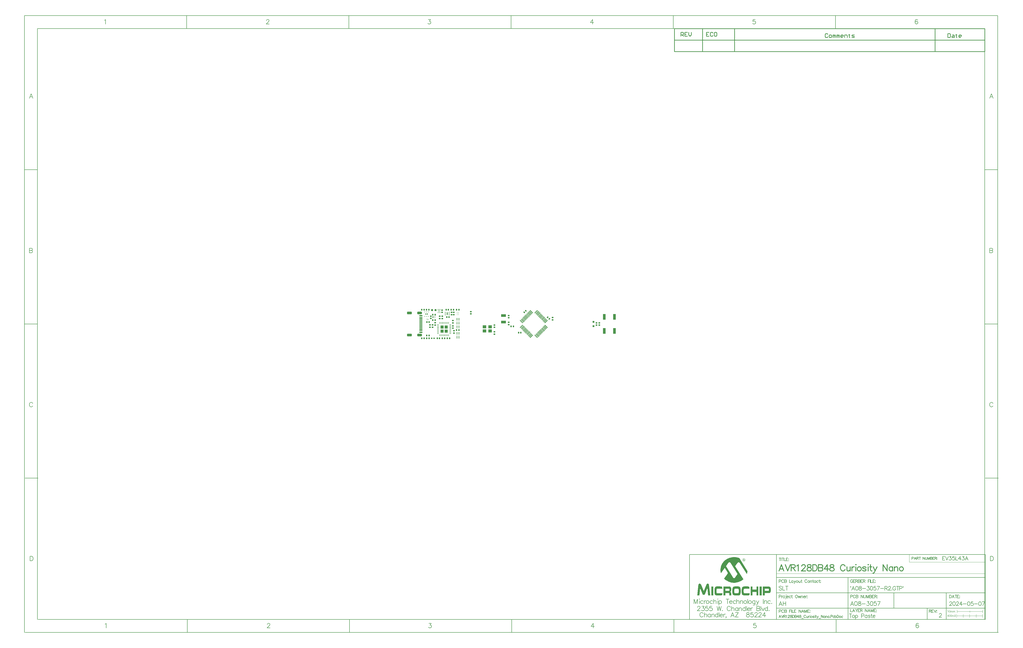
<source format=gtp>
G04*
G04 #@! TF.GenerationSoftware,Altium Limited,Altium Designer,24.4.1 (13)*
G04*
G04 Layer_Color=8421504*
%FSLAX43Y43*%
%MOMM*%
G71*
G04*
G04 #@! TF.SameCoordinates,F18E46F5-819F-4097-AB80-730C87273495*
G04*
G04*
G04 #@! TF.FilePolarity,Positive*
G04*
G01*
G75*
%ADD11C,0.100*%
%ADD12C,0.254*%
%ADD13C,0.150*%
%ADD14C,0.200*%
%ADD15C,0.127*%
%ADD18C,0.178*%
%ADD21C,0.350*%
%ADD22C,0.180*%
G04:AMPARAMS|DCode=23|XSize=1mm|YSize=1.9mm|CornerRadius=0.25mm|HoleSize=0mm|Usage=FLASHONLY|Rotation=270.000|XOffset=0mm|YOffset=0mm|HoleType=Round|Shape=RoundedRectangle|*
%AMROUNDEDRECTD23*
21,1,1.000,1.400,0,0,270.0*
21,1,0.500,1.900,0,0,270.0*
1,1,0.500,-0.700,-0.250*
1,1,0.500,-0.700,0.250*
1,1,0.500,0.700,0.250*
1,1,0.500,0.700,-0.250*
%
%ADD23ROUNDEDRECTD23*%
G04:AMPARAMS|DCode=24|XSize=1mm|YSize=1.8mm|CornerRadius=0.25mm|HoleSize=0mm|Usage=FLASHONLY|Rotation=270.000|XOffset=0mm|YOffset=0mm|HoleType=Round|Shape=RoundedRectangle|*
%AMROUNDEDRECTD24*
21,1,1.000,1.300,0,0,270.0*
21,1,0.500,1.800,0,0,270.0*
1,1,0.500,-0.650,-0.250*
1,1,0.500,-0.650,0.250*
1,1,0.500,0.650,0.250*
1,1,0.500,0.650,-0.250*
%
%ADD24ROUNDEDRECTD24*%
G04:AMPARAMS|DCode=25|XSize=0.25mm|YSize=0.2mm|CornerRadius=0.05mm|HoleSize=0mm|Usage=FLASHONLY|Rotation=0.000|XOffset=0mm|YOffset=0mm|HoleType=Round|Shape=RoundedRectangle|*
%AMROUNDEDRECTD25*
21,1,0.250,0.100,0,0,0.0*
21,1,0.150,0.200,0,0,0.0*
1,1,0.100,0.075,-0.050*
1,1,0.100,-0.075,-0.050*
1,1,0.100,-0.075,0.050*
1,1,0.100,0.075,0.050*
%
%ADD25ROUNDEDRECTD25*%
%ADD26R,0.260X0.360*%
%ADD27R,0.400X0.600*%
%ADD28O,0.508X0.229*%
%ADD29O,0.203X0.483*%
%ADD30R,1.150X1.150*%
%ADD31R,1.150X0.300*%
%ADD32R,1.150X0.600*%
G04:AMPARAMS|DCode=33|XSize=0.55mm|YSize=0.6mm|CornerRadius=0.138mm|HoleSize=0mm|Usage=FLASHONLY|Rotation=0.000|XOffset=0mm|YOffset=0mm|HoleType=Round|Shape=RoundedRectangle|*
%AMROUNDEDRECTD33*
21,1,0.550,0.325,0,0,0.0*
21,1,0.275,0.600,0,0,0.0*
1,1,0.275,0.138,-0.163*
1,1,0.275,-0.138,-0.163*
1,1,0.275,-0.138,0.163*
1,1,0.275,0.138,0.163*
%
%ADD33ROUNDEDRECTD33*%
G04:AMPARAMS|DCode=34|XSize=0.55mm|YSize=0.6mm|CornerRadius=0.138mm|HoleSize=0mm|Usage=FLASHONLY|Rotation=270.000|XOffset=0mm|YOffset=0mm|HoleType=Round|Shape=RoundedRectangle|*
%AMROUNDEDRECTD34*
21,1,0.550,0.325,0,0,270.0*
21,1,0.275,0.600,0,0,270.0*
1,1,0.275,-0.163,-0.138*
1,1,0.275,-0.163,0.138*
1,1,0.275,0.163,0.138*
1,1,0.275,0.163,-0.138*
%
%ADD34ROUNDEDRECTD34*%
%ADD35R,0.600X0.500*%
%ADD36O,0.220X0.790*%
%ADD37O,0.790X0.220*%
G04:AMPARAMS|DCode=38|XSize=0.15mm|YSize=0.5mm|CornerRadius=0.05mm|HoleSize=0mm|Usage=FLASHONLY|Rotation=0.000|XOffset=0mm|YOffset=0mm|HoleType=Round|Shape=RoundedRectangle|*
%AMROUNDEDRECTD38*
21,1,0.150,0.400,0,0,0.0*
21,1,0.050,0.500,0,0,0.0*
1,1,0.100,0.025,-0.200*
1,1,0.100,-0.025,-0.200*
1,1,0.100,-0.025,0.200*
1,1,0.100,0.025,0.200*
%
%ADD38ROUNDEDRECTD38*%
%ADD39R,0.535X0.185*%
%ADD40R,0.535X0.170*%
%ADD41R,0.400X0.700*%
G04:AMPARAMS|DCode=42|XSize=0.762mm|YSize=0.762mm|CornerRadius=0.191mm|HoleSize=0mm|Usage=FLASHONLY|Rotation=180.000|XOffset=0mm|YOffset=0mm|HoleType=Round|Shape=RoundedRectangle|*
%AMROUNDEDRECTD42*
21,1,0.762,0.381,0,0,180.0*
21,1,0.381,0.762,0,0,180.0*
1,1,0.381,-0.191,0.191*
1,1,0.381,0.191,0.191*
1,1,0.381,0.191,-0.191*
1,1,0.381,-0.191,-0.191*
%
%ADD42ROUNDEDRECTD42*%
%ADD43R,0.180X0.350*%
%ADD44R,0.940X0.280*%
%ADD45R,0.300X1.060*%
%ADD46R,0.600X0.250*%
%ADD47C,0.250*%
%ADD48R,1.400X1.150*%
%ADD49R,1.000X2.250*%
%ADD50R,0.800X0.800*%
%ADD51R,1.900X1.100*%
G04:AMPARAMS|DCode=52|XSize=0.55mm|YSize=0.6mm|CornerRadius=0.138mm|HoleSize=0mm|Usage=FLASHONLY|Rotation=135.000|XOffset=0mm|YOffset=0mm|HoleType=Round|Shape=RoundedRectangle|*
%AMROUNDEDRECTD52*
21,1,0.550,0.325,0,0,135.0*
21,1,0.275,0.600,0,0,135.0*
1,1,0.275,0.018,0.212*
1,1,0.275,0.212,0.018*
1,1,0.275,-0.018,-0.212*
1,1,0.275,-0.212,-0.018*
%
%ADD52ROUNDEDRECTD52*%
G04:AMPARAMS|DCode=53|XSize=0.55mm|YSize=0.6mm|CornerRadius=0.138mm|HoleSize=0mm|Usage=FLASHONLY|Rotation=45.000|XOffset=0mm|YOffset=0mm|HoleType=Round|Shape=RoundedRectangle|*
%AMROUNDEDRECTD53*
21,1,0.550,0.325,0,0,45.0*
21,1,0.275,0.600,0,0,45.0*
1,1,0.275,0.212,-0.018*
1,1,0.275,0.018,-0.212*
1,1,0.275,-0.212,0.018*
1,1,0.275,-0.018,0.212*
%
%ADD53ROUNDEDRECTD53*%
G04:AMPARAMS|DCode=54|XSize=0.3mm|YSize=1.65mm|CornerRadius=0mm|HoleSize=0mm|Usage=FLASHONLY|Rotation=225.000|XOffset=0mm|YOffset=0mm|HoleType=Round|Shape=Round|*
%AMOVALD54*
21,1,1.350,0.300,0.000,0.000,315.0*
1,1,0.300,-0.477,0.477*
1,1,0.300,0.477,-0.477*
%
%ADD54OVALD54*%

G04:AMPARAMS|DCode=55|XSize=0.3mm|YSize=1.65mm|CornerRadius=0mm|HoleSize=0mm|Usage=FLASHONLY|Rotation=135.000|XOffset=0mm|YOffset=0mm|HoleType=Round|Shape=Round|*
%AMOVALD55*
21,1,1.350,0.300,0.000,0.000,225.0*
1,1,0.300,0.477,0.477*
1,1,0.300,-0.477,-0.477*
%
%ADD55OVALD55*%

G36*
X133107Y-81546D02*
X133192Y-81567D01*
X133298Y-81610D01*
X133404Y-81673D01*
X133488Y-81768D01*
X133552Y-81906D01*
X133563Y-81980D01*
X133573Y-82075D01*
Y-82086D01*
Y-82096D01*
X133563Y-82160D01*
X133541Y-82255D01*
X133510Y-82361D01*
X133436Y-82467D01*
X133340Y-82562D01*
X133277Y-82604D01*
X133203Y-82625D01*
X133118Y-82647D01*
X133023Y-82657D01*
X132981D01*
X132938Y-82647D01*
X132885Y-82636D01*
X132811Y-82615D01*
X132748Y-82583D01*
X132674Y-82541D01*
X132610Y-82488D01*
X132600Y-82477D01*
X132589Y-82456D01*
X132557Y-82424D01*
X132526Y-82371D01*
X132494Y-82308D01*
X132473Y-82244D01*
X132451Y-82160D01*
X132441Y-82075D01*
Y-82065D01*
Y-82033D01*
X132451Y-82001D01*
X132462Y-81948D01*
X132483Y-81885D01*
X132515Y-81821D01*
X132557Y-81758D01*
X132610Y-81694D01*
X132621Y-81684D01*
X132642Y-81673D01*
X132674Y-81641D01*
X132727Y-81610D01*
X132790Y-81588D01*
X132854Y-81557D01*
X132938Y-81546D01*
X133023Y-81535D01*
X133044D01*
X133107Y-81546D01*
D02*
G37*
G36*
X129393Y-81049D02*
X129499D01*
X129616Y-81059D01*
X129753Y-81070D01*
X129891Y-81091D01*
X130049Y-81112D01*
X130219Y-81144D01*
X130557Y-81218D01*
X130917Y-81324D01*
X131266Y-81461D01*
X134441Y-86498D01*
Y-86509D01*
Y-86541D01*
X134430Y-86593D01*
Y-86657D01*
X134420Y-86742D01*
X134398Y-86826D01*
X134356Y-87038D01*
Y-87049D01*
X134346Y-87091D01*
X134335Y-87144D01*
X134314Y-87228D01*
X134282Y-87324D01*
X134261Y-87429D01*
X134187Y-87662D01*
X131436Y-83366D01*
X131425Y-83356D01*
X131393Y-83313D01*
X131351Y-83260D01*
X131298Y-83197D01*
X131224Y-83133D01*
X131139Y-83080D01*
X131044Y-83038D01*
X130938Y-83027D01*
X130896D01*
X130854Y-83049D01*
X130790Y-83070D01*
X130727Y-83102D01*
X130653Y-83165D01*
X130568Y-83239D01*
X130483Y-83345D01*
X129563Y-84604D01*
X132801Y-89704D01*
X132779Y-89715D01*
X132727Y-89768D01*
X132642Y-89831D01*
X132526Y-89916D01*
X132377Y-90022D01*
X132197Y-90138D01*
X131986Y-90265D01*
X131753Y-90392D01*
X131489Y-90519D01*
X131203Y-90646D01*
X130896Y-90763D01*
X130568Y-90868D01*
X130219Y-90953D01*
X129848Y-91017D01*
X129457Y-91070D01*
X129055Y-91080D01*
X128959D01*
X128907Y-91070D01*
X128843D01*
X128684Y-91059D01*
X128494Y-91027D01*
X128272Y-90995D01*
X128018Y-90943D01*
X127753Y-90868D01*
X127457Y-90784D01*
X127150Y-90678D01*
X126833Y-90540D01*
X126515Y-90382D01*
X126187Y-90191D01*
X125859Y-89969D01*
X125542Y-89715D01*
X125235Y-89429D01*
X126610Y-87535D01*
X126621Y-87525D01*
X126632Y-87504D01*
X126642Y-87472D01*
X126653Y-87429D01*
X126663Y-87377D01*
X126684Y-87313D01*
X126695Y-87228D01*
Y-87218D01*
Y-87197D01*
X126684Y-87165D01*
X126674Y-87123D01*
X126663Y-87070D01*
X126632Y-87006D01*
X126600Y-86932D01*
X126547Y-86847D01*
X125531Y-85260D01*
X124018Y-87355D01*
Y-87345D01*
X124007Y-87324D01*
X123997Y-87292D01*
X123986Y-87239D01*
X123976Y-87186D01*
X123965Y-87112D01*
X123933Y-86943D01*
X123891Y-86742D01*
X123870Y-86509D01*
X123849Y-86255D01*
X123838Y-85980D01*
Y-85969D01*
Y-85959D01*
Y-85895D01*
X123849Y-85789D01*
X123859Y-85652D01*
X123880Y-85482D01*
X123912Y-85281D01*
X123965Y-85059D01*
X124018Y-84816D01*
X124092Y-84562D01*
X124187Y-84287D01*
X124314Y-84012D01*
X124452Y-83715D01*
X124621Y-83430D01*
X124811Y-83144D01*
X125034Y-82858D01*
X125288Y-82583D01*
X125309Y-82562D01*
X125362Y-82520D01*
X125446Y-82435D01*
X125563Y-82340D01*
X125722Y-82223D01*
X125901Y-82096D01*
X126113Y-81959D01*
X126356Y-81811D01*
X126632Y-81662D01*
X126928Y-81525D01*
X127245Y-81398D01*
X127594Y-81282D01*
X127965Y-81176D01*
X128356Y-81102D01*
X128769Y-81059D01*
X129203Y-81038D01*
X129319D01*
X129393Y-81049D01*
D02*
G37*
G36*
X134663Y-92509D02*
X134748D01*
X134822Y-92519D01*
X134875Y-92530D01*
X134885D01*
X134917Y-92540D01*
X134959Y-92562D01*
X135012Y-92593D01*
X135065Y-92636D01*
X135118Y-92699D01*
X135160Y-92773D01*
X135192Y-92868D01*
Y-92879D01*
Y-92900D01*
X135203Y-92942D01*
Y-93006D01*
Y-93080D01*
X135213Y-93175D01*
Y-93292D01*
Y-93419D01*
X133330Y-93376D01*
X133309D01*
X133266Y-93387D01*
X133192Y-93408D01*
X133118Y-93461D01*
X133033Y-93535D01*
X133002Y-93599D01*
X132959Y-93662D01*
X132938Y-93736D01*
X132917Y-93831D01*
X132896Y-93937D01*
Y-94064D01*
Y-94456D01*
Y-94466D01*
Y-94487D01*
Y-94519D01*
X132906Y-94561D01*
X132917Y-94678D01*
X132949Y-94794D01*
X133002Y-94921D01*
X133076Y-95038D01*
X133118Y-95080D01*
X133182Y-95112D01*
X133245Y-95133D01*
X133319Y-95143D01*
X135245D01*
Y-95154D01*
Y-95165D01*
Y-95228D01*
Y-95323D01*
X135234Y-95440D01*
X135224Y-95556D01*
X135203Y-95662D01*
X135171Y-95757D01*
X135139Y-95831D01*
X135129Y-95842D01*
X135107Y-95863D01*
X135076Y-95884D01*
X135012Y-95916D01*
X134928Y-95958D01*
X134822Y-95979D01*
X134674Y-96001D01*
X134504Y-96011D01*
X133139D01*
X133097Y-96001D01*
X132981Y-95990D01*
X132843Y-95969D01*
X132695Y-95926D01*
X132547Y-95863D01*
X132420Y-95768D01*
X132314Y-95651D01*
X132303Y-95641D01*
X132293Y-95598D01*
X132261Y-95535D01*
X132240Y-95440D01*
X132208Y-95313D01*
X132176Y-95165D01*
X132166Y-94985D01*
X132155Y-94784D01*
Y-93757D01*
Y-93747D01*
Y-93715D01*
Y-93673D01*
X132166Y-93620D01*
Y-93546D01*
X132176Y-93472D01*
X132208Y-93292D01*
X132261Y-93101D01*
X132324Y-92921D01*
X132430Y-92752D01*
X132494Y-92689D01*
X132568Y-92636D01*
X132578Y-92625D01*
X132610Y-92614D01*
X132652Y-92593D01*
X132727Y-92562D01*
X132811Y-92540D01*
X132928Y-92519D01*
X133055Y-92509D01*
X133203Y-92498D01*
X134578D01*
X134663Y-92509D01*
D02*
G37*
G36*
X138673Y-95990D02*
X137943D01*
Y-94678D01*
X136388D01*
Y-95990D01*
X135700D01*
Y-92530D01*
X136388D01*
Y-93757D01*
X137943D01*
Y-92530D01*
X138673D01*
Y-95990D01*
D02*
G37*
G36*
X118981Y-91398D02*
X119045Y-91419D01*
X119119Y-91450D01*
X119203Y-91514D01*
X119277Y-91609D01*
X119309Y-91673D01*
X119330Y-91747D01*
X119362Y-91831D01*
X119373Y-91927D01*
X119838Y-95990D01*
X118970D01*
X118727Y-93069D01*
X118716D01*
X117817Y-95408D01*
X117806Y-95429D01*
X117785Y-95471D01*
X117754Y-95535D01*
X117701Y-95598D01*
X117627Y-95673D01*
X117542Y-95736D01*
X117436Y-95778D01*
X117309Y-95800D01*
X117288D01*
X117246Y-95789D01*
X117182Y-95778D01*
X117097Y-95747D01*
X117002Y-95704D01*
X116918Y-95630D01*
X116833Y-95535D01*
X116769Y-95408D01*
X115881Y-93112D01*
X115870D01*
X115616Y-95990D01*
X114770D01*
X115214Y-91884D01*
Y-91874D01*
Y-91863D01*
X115235Y-91810D01*
X115256Y-91726D01*
X115299Y-91630D01*
X115352Y-91546D01*
X115436Y-91461D01*
X115542Y-91408D01*
X115605Y-91387D01*
X115701D01*
X115754Y-91398D01*
X115828Y-91408D01*
X115923Y-91440D01*
X116029Y-91503D01*
X116135Y-91588D01*
X116230Y-91694D01*
X116272Y-91768D01*
X116304Y-91853D01*
X117288Y-94360D01*
X117309D01*
X118293Y-91853D01*
Y-91842D01*
X118304Y-91831D01*
X118325Y-91778D01*
X118378Y-91704D01*
X118441Y-91620D01*
X118526Y-91535D01*
X118632Y-91461D01*
X118759Y-91408D01*
X118833Y-91387D01*
X118939D01*
X118981Y-91398D01*
D02*
G37*
G36*
X142800Y-92540D02*
X142906Y-92562D01*
X143044Y-92604D01*
X143181Y-92667D01*
X143308Y-92773D01*
X143372Y-92837D01*
X143425Y-92921D01*
X143467Y-93006D01*
X143499Y-93112D01*
Y-93122D01*
X143509Y-93154D01*
X143520Y-93207D01*
X143530Y-93271D01*
X143541Y-93366D01*
X143552Y-93472D01*
X143562Y-93588D01*
Y-93726D01*
Y-93990D01*
Y-94001D01*
Y-94022D01*
Y-94043D01*
Y-94085D01*
X143552Y-94202D01*
X143541Y-94329D01*
X143509Y-94477D01*
X143477Y-94625D01*
X143425Y-94773D01*
X143351Y-94890D01*
X143340Y-94900D01*
X143319Y-94921D01*
X143287Y-94964D01*
X143234Y-94995D01*
X143171Y-95038D01*
X143086Y-95080D01*
X142991Y-95101D01*
X142885Y-95112D01*
X141171D01*
Y-95990D01*
X140451D01*
Y-92530D01*
X142758D01*
X142800Y-92540D01*
D02*
G37*
G36*
X139986Y-95990D02*
X139181D01*
Y-92530D01*
X139986D01*
Y-95990D01*
D02*
G37*
G36*
X127446Y-92540D02*
X127489D01*
X127605Y-92583D01*
X127658Y-92614D01*
X127732Y-92657D01*
X127796Y-92710D01*
X127848Y-92784D01*
X127912Y-92858D01*
X127965Y-92964D01*
X128007Y-93080D01*
X128039Y-93218D01*
X128060Y-93376D01*
X128071Y-93556D01*
Y-93768D01*
Y-93778D01*
Y-93800D01*
Y-93831D01*
X128060Y-93884D01*
X128049Y-94001D01*
X128018Y-94149D01*
X127975Y-94297D01*
X127901Y-94445D01*
X127806Y-94561D01*
X127753Y-94604D01*
X127679Y-94636D01*
Y-94646D01*
X127700Y-94657D01*
X127743Y-94667D01*
X127806Y-94710D01*
X127880Y-94784D01*
X127944Y-94879D01*
X128007Y-95016D01*
X128039Y-95091D01*
X128049Y-95186D01*
X128071Y-95292D01*
Y-95408D01*
Y-95990D01*
X127340D01*
Y-95577D01*
Y-95567D01*
Y-95535D01*
Y-95482D01*
Y-95429D01*
X127330Y-95302D01*
X127319Y-95249D01*
X127309Y-95218D01*
Y-95207D01*
X127298Y-95196D01*
X127256Y-95143D01*
X127171Y-95101D01*
X127118Y-95091D01*
X127055Y-95080D01*
X125764D01*
Y-95990D01*
X125034D01*
Y-92530D01*
X127415D01*
X127446Y-92540D01*
D02*
G37*
G36*
X121076Y-95990D02*
X120261D01*
Y-92530D01*
X121076D01*
Y-95990D01*
D02*
G37*
G36*
X130917Y-92509D02*
X131044Y-92540D01*
X131182Y-92572D01*
X131319Y-92625D01*
X131436Y-92699D01*
X131531Y-92805D01*
X131541Y-92815D01*
X131563Y-92858D01*
X131605Y-92932D01*
X131647Y-93038D01*
X131679Y-93165D01*
X131721Y-93323D01*
X131742Y-93514D01*
X131753Y-93736D01*
Y-94773D01*
Y-94784D01*
Y-94815D01*
Y-94858D01*
X131742Y-94921D01*
Y-95006D01*
X131732Y-95091D01*
X131690Y-95281D01*
X131626Y-95482D01*
X131541Y-95673D01*
X131478Y-95757D01*
X131414Y-95831D01*
X131330Y-95895D01*
X131245Y-95948D01*
X131235D01*
X131213Y-95958D01*
X131160Y-95969D01*
X131108Y-95979D01*
X131023Y-95990D01*
X130938Y-96001D01*
X130832Y-96011D01*
X129499D01*
X129457Y-96001D01*
X129340Y-95990D01*
X129213Y-95969D01*
X129076Y-95926D01*
X128928Y-95874D01*
X128801Y-95789D01*
X128695Y-95683D01*
X128684Y-95673D01*
X128663Y-95630D01*
X128631Y-95556D01*
X128600Y-95461D01*
X128568Y-95334D01*
X128536Y-95175D01*
X128515Y-94995D01*
X128504Y-94773D01*
Y-93736D01*
Y-93726D01*
Y-93694D01*
Y-93641D01*
X128515Y-93577D01*
X128526Y-93493D01*
X128536Y-93397D01*
X128579Y-93196D01*
X128653Y-92995D01*
X128706Y-92890D01*
X128758Y-92794D01*
X128833Y-92710D01*
X128907Y-92636D01*
X129002Y-92583D01*
X129108Y-92540D01*
X129118D01*
X129139Y-92530D01*
X129182D01*
X129235Y-92519D01*
X129298Y-92509D01*
X129372D01*
X129552Y-92498D01*
X130811D01*
X130917Y-92509D01*
D02*
G37*
G36*
X123849D02*
X124018Y-92519D01*
X124177Y-92530D01*
X124240Y-92540D01*
X124304Y-92551D01*
X124346Y-92562D01*
X124378Y-92572D01*
X124388Y-92583D01*
X124409Y-92604D01*
X124441Y-92646D01*
X124473Y-92720D01*
X124505Y-92815D01*
X124526Y-92890D01*
X124536Y-92964D01*
X124547Y-93048D01*
X124558Y-93144D01*
X124568Y-93249D01*
Y-93376D01*
X122674D01*
X122632Y-93387D01*
X122589Y-93397D01*
X122484Y-93429D01*
X122431Y-93472D01*
X122388Y-93514D01*
Y-93524D01*
X122367Y-93546D01*
X122357Y-93577D01*
X122335Y-93630D01*
X122314Y-93704D01*
X122293Y-93800D01*
X122282Y-93927D01*
X122272Y-94064D01*
Y-94456D01*
Y-94477D01*
Y-94519D01*
Y-94593D01*
X122282Y-94667D01*
Y-94763D01*
X122293Y-94847D01*
X122304Y-94921D01*
X122325Y-94974D01*
Y-94985D01*
X122346Y-94995D01*
X122367Y-95027D01*
X122409Y-95059D01*
X122452Y-95091D01*
X122515Y-95112D01*
X122589Y-95133D01*
X122685Y-95143D01*
X124621D01*
Y-95154D01*
Y-95165D01*
Y-95228D01*
Y-95313D01*
X124610Y-95419D01*
X124600Y-95524D01*
X124579Y-95630D01*
X124547Y-95725D01*
X124515Y-95800D01*
X124505Y-95810D01*
X124483Y-95831D01*
X124441Y-95863D01*
X124388Y-95905D01*
X124293Y-95948D01*
X124187Y-95979D01*
X124039Y-96001D01*
X123870Y-96011D01*
X122473D01*
X122367Y-96001D01*
X122251Y-95979D01*
X122113Y-95948D01*
X121976Y-95895D01*
X121849Y-95831D01*
X121743Y-95736D01*
X121732Y-95725D01*
X121711Y-95683D01*
X121669Y-95609D01*
X121626Y-95514D01*
X121584Y-95376D01*
X121542Y-95218D01*
X121521Y-95016D01*
X121510Y-94773D01*
Y-93736D01*
Y-93726D01*
Y-93683D01*
Y-93630D01*
X121521Y-93567D01*
X121531Y-93472D01*
X121552Y-93376D01*
X121605Y-93165D01*
X121690Y-92953D01*
X121743Y-92847D01*
X121817Y-92752D01*
X121902Y-92667D01*
X121997Y-92593D01*
X122103Y-92540D01*
X122230Y-92509D01*
X122282D01*
X122325Y-92498D01*
X123679D01*
X123849Y-92509D01*
D02*
G37*
%LPC*%
G36*
X133107Y-81631D02*
X133002D01*
X132949Y-81641D01*
X132864Y-81652D01*
X132779Y-81684D01*
X132684Y-81737D01*
X132600Y-81821D01*
X132547Y-81927D01*
X132536Y-82001D01*
X132526Y-82075D01*
Y-82086D01*
Y-82107D01*
X132536Y-82149D01*
X132547Y-82202D01*
X132589Y-82319D01*
X132621Y-82371D01*
X132663Y-82435D01*
X132674Y-82445D01*
X132695Y-82456D01*
X132727Y-82477D01*
X132769Y-82498D01*
X132875Y-82551D01*
X132949Y-82562D01*
X133023Y-82572D01*
X133044D01*
X133097Y-82562D01*
X133171Y-82541D01*
X133256Y-82509D01*
X133340Y-82445D01*
X133414Y-82361D01*
X133467Y-82234D01*
X133488Y-82160D01*
Y-82075D01*
Y-82054D01*
X133478Y-82001D01*
X133467Y-81938D01*
X133436Y-81853D01*
X133372Y-81768D01*
X133287Y-81705D01*
X133182Y-81652D01*
X133107Y-81631D01*
D02*
G37*
%LPD*%
G36*
X133097Y-81768D02*
X133139Y-81779D01*
X133182Y-81811D01*
X133224Y-81842D01*
X133245Y-81895D01*
X133256Y-81959D01*
Y-81969D01*
Y-81990D01*
X133234Y-82054D01*
X133213Y-82086D01*
X133192Y-82117D01*
X133150Y-82139D01*
X133097Y-82149D01*
X133277Y-82435D01*
X133171D01*
X132991Y-82149D01*
X132885D01*
Y-82435D01*
X132779D01*
Y-81758D01*
X133055D01*
X133097Y-81768D01*
D02*
G37*
%LPC*%
G36*
X133055Y-81853D02*
X132885D01*
Y-82065D01*
X133065D01*
X133107Y-82054D01*
X133139Y-82022D01*
X133150Y-81959D01*
Y-81938D01*
X133139Y-81906D01*
X133107Y-81874D01*
X133055Y-81853D01*
D02*
G37*
G36*
X127372Y-83017D02*
X127330D01*
X127277Y-83038D01*
X127214Y-83059D01*
X127139Y-83091D01*
X127065Y-83154D01*
X126970Y-83229D01*
X126885Y-83334D01*
X125997Y-84583D01*
X128695Y-88858D01*
X128706Y-88879D01*
X128737Y-88921D01*
X128780Y-88985D01*
X128843Y-89048D01*
X128917Y-89122D01*
X128991Y-89186D01*
X129065Y-89228D01*
X129150Y-89249D01*
X129192D01*
X129245Y-89239D01*
X129309Y-89218D01*
X129383Y-89175D01*
X129457Y-89133D01*
X129541Y-89059D01*
X129616Y-88964D01*
X130557Y-87609D01*
X127848Y-83345D01*
X127838Y-83334D01*
X127817Y-83292D01*
X127764Y-83239D01*
X127711Y-83176D01*
X127637Y-83123D01*
X127563Y-83070D01*
X127467Y-83027D01*
X127372Y-83017D01*
D02*
G37*
G36*
X142525Y-93366D02*
X141171D01*
Y-94244D01*
X142589D01*
X142610Y-94233D01*
X142652Y-94223D01*
X142694Y-94202D01*
X142726Y-94159D01*
X142769Y-94096D01*
X142790Y-94001D01*
X142800Y-93884D01*
Y-93757D01*
Y-93736D01*
Y-93694D01*
X142790Y-93630D01*
X142769Y-93556D01*
X142737Y-93493D01*
X142684Y-93429D01*
X142620Y-93387D01*
X142525Y-93366D01*
D02*
G37*
G36*
X127023D02*
X125764D01*
Y-94233D01*
X127108D01*
X127139Y-94223D01*
X127192Y-94212D01*
X127245Y-94181D01*
X127288Y-94138D01*
X127340Y-94075D01*
X127372Y-93979D01*
X127383Y-93852D01*
Y-93757D01*
Y-93736D01*
Y-93694D01*
X127362Y-93630D01*
X127340Y-93556D01*
X127298Y-93493D01*
X127235Y-93429D01*
X127139Y-93387D01*
X127023Y-93366D01*
D02*
G37*
G36*
X130557D02*
X129668D01*
X129626Y-93376D01*
X129573Y-93387D01*
X129520Y-93408D01*
X129467Y-93429D01*
X129415Y-93472D01*
X129362Y-93524D01*
Y-93535D01*
X129340Y-93556D01*
X129330Y-93588D01*
X129309Y-93651D01*
X129288Y-93726D01*
X129277Y-93810D01*
X129256Y-93927D01*
Y-94064D01*
Y-94456D01*
Y-94477D01*
Y-94519D01*
Y-94583D01*
X129266Y-94667D01*
X129288Y-94847D01*
X129309Y-94932D01*
X129330Y-94995D01*
Y-95006D01*
X129351Y-95016D01*
X129372Y-95038D01*
X129404Y-95069D01*
X129446Y-95101D01*
X129499Y-95122D01*
X129573Y-95133D01*
X129658Y-95143D01*
X130600D01*
X130653Y-95133D01*
X130727Y-95112D01*
X130811Y-95059D01*
X130885Y-94974D01*
X130928Y-94921D01*
X130959Y-94858D01*
X130991Y-94773D01*
X131012Y-94678D01*
X131033Y-94572D01*
Y-94456D01*
Y-94064D01*
Y-94043D01*
Y-94001D01*
X131023Y-93937D01*
X131012Y-93852D01*
X130970Y-93673D01*
X130938Y-93588D01*
X130885Y-93524D01*
X130875Y-93514D01*
X130864Y-93503D01*
X130832Y-93472D01*
X130790Y-93440D01*
X130684Y-93387D01*
X130631Y-93376D01*
X130557Y-93366D01*
D02*
G37*
%LPD*%
D11*
X145770Y-87490D02*
X227590D01*
X197770Y-82990D02*
X227590Y-82990D01*
X216470Y-102290D02*
X226470D01*
X216310Y-103990D02*
X226470D01*
X197770Y-82990D02*
Y-79990D01*
X226470Y-104625D02*
Y-103355D01*
Y-102790D02*
Y-101790D01*
X223930Y-104625D02*
Y-103355D01*
X221390Y-104625D02*
Y-103355D01*
X218850Y-104625D02*
Y-103355D01*
X216310Y-104625D02*
Y-103355D01*
X216470Y-102790D02*
Y-101790D01*
X227590Y-82990D02*
Y-82990D01*
X221470Y-102590D02*
Y-101990D01*
X212770Y-102023D02*
X212836Y-101990D01*
X212936Y-101890D01*
Y-102590D01*
X213483Y-101890D02*
X213383Y-101923D01*
X213316Y-102023D01*
X213283Y-102190D01*
Y-102290D01*
X213316Y-102457D01*
X213383Y-102557D01*
X213483Y-102590D01*
X213549D01*
X213649Y-102557D01*
X213716Y-102457D01*
X213749Y-102290D01*
Y-102190D01*
X213716Y-102023D01*
X213649Y-101923D01*
X213549Y-101890D01*
X213483D01*
X213906Y-102123D02*
Y-102590D01*
Y-102257D02*
X214006Y-102157D01*
X214073Y-102123D01*
X214173D01*
X214239Y-102157D01*
X214273Y-102257D01*
Y-102590D01*
Y-102257D02*
X214372Y-102157D01*
X214439Y-102123D01*
X214539D01*
X214606Y-102157D01*
X214639Y-102257D01*
Y-102590D01*
X214859Y-102123D02*
Y-102590D01*
Y-102257D02*
X214959Y-102157D01*
X215026Y-102123D01*
X215126D01*
X215192Y-102157D01*
X215226Y-102257D01*
Y-102590D01*
Y-102257D02*
X215326Y-102157D01*
X215392Y-102123D01*
X215492D01*
X215559Y-102157D01*
X215592Y-102257D01*
Y-102590D01*
X213003Y-103590D02*
X212670Y-104057D01*
X213169D01*
X213003Y-103590D02*
Y-104290D01*
X213493Y-103590D02*
X213393Y-103623D01*
X213326Y-103723D01*
X213293Y-103890D01*
Y-103990D01*
X213326Y-104157D01*
X213393Y-104257D01*
X213493Y-104290D01*
X213559D01*
X213659Y-104257D01*
X213726Y-104157D01*
X213759Y-103990D01*
Y-103890D01*
X213726Y-103723D01*
X213659Y-103623D01*
X213559Y-103590D01*
X213493D01*
X214116D02*
X214016Y-103623D01*
X213949Y-103723D01*
X213916Y-103890D01*
Y-103990D01*
X213949Y-104157D01*
X214016Y-104257D01*
X214116Y-104290D01*
X214183D01*
X214283Y-104257D01*
X214349Y-104157D01*
X214382Y-103990D01*
Y-103890D01*
X214349Y-103723D01*
X214283Y-103623D01*
X214183Y-103590D01*
X214116D01*
X214539Y-103823D02*
Y-104290D01*
Y-103957D02*
X214639Y-103857D01*
X214706Y-103823D01*
X214806D01*
X214872Y-103857D01*
X214906Y-103957D01*
Y-104290D01*
Y-103957D02*
X215006Y-103857D01*
X215072Y-103823D01*
X215172D01*
X215239Y-103857D01*
X215272Y-103957D01*
Y-104290D01*
X215559Y-103590D02*
X215592Y-103623D01*
X215626Y-103590D01*
X215592Y-103557D01*
X215559Y-103590D01*
X215592Y-103823D02*
Y-104290D01*
X215749Y-103590D02*
Y-104290D01*
D12*
X227330Y116730D02*
Y125730D01*
X105830D02*
X227330D01*
X129330Y116730D02*
Y121230D01*
X105830D02*
Y125730D01*
Y121230D02*
X227330D01*
X116830D02*
Y125730D01*
X129330Y121230D02*
Y125730D01*
X207830Y121230D02*
Y125730D01*
X105830Y116730D02*
Y121230D01*
Y116730D02*
X227330D01*
X207830D02*
Y121230D01*
X116830Y116730D02*
Y121230D01*
X108330Y122730D02*
Y124254D01*
X109092D01*
X109346Y124000D01*
Y123492D01*
X109092Y123238D01*
X108330D01*
X108838D02*
X109346Y122730D01*
X110869Y124254D02*
X109854D01*
Y122730D01*
X110869D01*
X109854Y123492D02*
X110361D01*
X111377Y124254D02*
Y123238D01*
X111885Y122730D01*
X112393Y123238D01*
Y124254D01*
X119346D02*
X118330D01*
Y122730D01*
X119346D01*
X118330Y123492D02*
X118838D01*
X120869Y124000D02*
X120615Y124254D01*
X120107D01*
X119854Y124000D01*
Y122984D01*
X120107Y122730D01*
X120615D01*
X120869Y122984D01*
X122139Y124254D02*
X121631D01*
X121377Y124000D01*
Y122984D01*
X121631Y122730D01*
X122139D01*
X122393Y122984D01*
Y124000D01*
X122139Y124254D01*
X165846Y123500D02*
X165592Y123754D01*
X165084D01*
X164830Y123500D01*
Y122484D01*
X165084Y122230D01*
X165592D01*
X165846Y122484D01*
X166607Y122230D02*
X167115D01*
X167369Y122484D01*
Y122992D01*
X167115Y123246D01*
X166607D01*
X166354Y122992D01*
Y122484D01*
X166607Y122230D01*
X167877D02*
Y123246D01*
X168131D01*
X168385Y122992D01*
Y122230D01*
Y122992D01*
X168639Y123246D01*
X168893Y122992D01*
Y122230D01*
X169401D02*
Y123246D01*
X169654D01*
X169908Y122992D01*
Y122230D01*
Y122992D01*
X170162Y123246D01*
X170416Y122992D01*
Y122230D01*
X171686D02*
X171178D01*
X170924Y122484D01*
Y122992D01*
X171178Y123246D01*
X171686D01*
X171940Y122992D01*
Y122738D01*
X170924D01*
X172448Y122230D02*
Y123246D01*
X173209D01*
X173463Y122992D01*
Y122230D01*
X174225Y123500D02*
Y123246D01*
X173971D01*
X174479D01*
X174225D01*
Y122484D01*
X174479Y122230D01*
X175241D02*
X176002D01*
X176256Y122484D01*
X176002Y122738D01*
X175495D01*
X175241Y122992D01*
X175495Y123246D01*
X176256D01*
X212830Y123754D02*
Y122230D01*
X213592D01*
X213846Y122484D01*
Y123500D01*
X213592Y123754D01*
X212830D01*
X214607Y123246D02*
X215115D01*
X215369Y122992D01*
Y122230D01*
X214607D01*
X214354Y122484D01*
X214607Y122738D01*
X215369D01*
X216131Y123500D02*
Y123246D01*
X215877D01*
X216385D01*
X216131D01*
Y122484D01*
X216385Y122230D01*
X217908D02*
X217401D01*
X217147Y122484D01*
Y122992D01*
X217401Y123246D01*
X217908D01*
X218162Y122992D01*
Y122738D01*
X217147D01*
D13*
X174769Y-103240D02*
Y-104740D01*
X174270Y-103240D02*
X175269D01*
X175805Y-103740D02*
X175662Y-103812D01*
X175519Y-103954D01*
X175448Y-104169D01*
Y-104312D01*
X175519Y-104526D01*
X175662Y-104669D01*
X175805Y-104740D01*
X176019D01*
X176162Y-104669D01*
X176305Y-104526D01*
X176376Y-104312D01*
Y-104169D01*
X176305Y-103954D01*
X176162Y-103812D01*
X176019Y-103740D01*
X175805D01*
X176705D02*
Y-105240D01*
Y-103954D02*
X176848Y-103812D01*
X176990Y-103740D01*
X177205D01*
X177347Y-103812D01*
X177490Y-103954D01*
X177562Y-104169D01*
Y-104312D01*
X177490Y-104526D01*
X177347Y-104669D01*
X177205Y-104740D01*
X176990D01*
X176848Y-104669D01*
X176705Y-104526D01*
X179061Y-104026D02*
X179704D01*
X179918Y-103954D01*
X179990Y-103883D01*
X180061Y-103740D01*
Y-103526D01*
X179990Y-103383D01*
X179918Y-103312D01*
X179704Y-103240D01*
X179061D01*
Y-104740D01*
X181254Y-103740D02*
Y-104740D01*
Y-103954D02*
X181111Y-103812D01*
X180968Y-103740D01*
X180754D01*
X180611Y-103812D01*
X180468Y-103954D01*
X180397Y-104169D01*
Y-104312D01*
X180468Y-104526D01*
X180611Y-104669D01*
X180754Y-104740D01*
X180968D01*
X181111Y-104669D01*
X181254Y-104526D01*
X182439Y-103954D02*
X182368Y-103812D01*
X182154Y-103740D01*
X181939D01*
X181725Y-103812D01*
X181654Y-103954D01*
X181725Y-104097D01*
X181868Y-104169D01*
X182225Y-104240D01*
X182368Y-104312D01*
X182439Y-104454D01*
Y-104526D01*
X182368Y-104669D01*
X182154Y-104740D01*
X181939D01*
X181725Y-104669D01*
X181654Y-104526D01*
X182968Y-103240D02*
Y-104454D01*
X183039Y-104669D01*
X183182Y-104740D01*
X183325D01*
X182753Y-103740D02*
X183253D01*
X183539Y-104169D02*
X184396D01*
Y-104026D01*
X184324Y-103883D01*
X184253Y-103812D01*
X184110Y-103740D01*
X183896D01*
X183753Y-103812D01*
X183610Y-103954D01*
X183539Y-104169D01*
Y-104312D01*
X183610Y-104526D01*
X183753Y-104669D01*
X183896Y-104740D01*
X184110D01*
X184253Y-104669D01*
X184396Y-104526D01*
X198770Y-81514D02*
X199198D01*
X199341Y-81466D01*
X199388Y-81419D01*
X199436Y-81323D01*
Y-81181D01*
X199388Y-81085D01*
X199341Y-81038D01*
X199198Y-80990D01*
X198770D01*
Y-81990D01*
X200422D02*
X200041Y-80990D01*
X199660Y-81990D01*
X199803Y-81657D02*
X200279D01*
X200655Y-80990D02*
Y-81990D01*
Y-80990D02*
X201083D01*
X201226Y-81038D01*
X201274Y-81085D01*
X201321Y-81181D01*
Y-81276D01*
X201274Y-81371D01*
X201226Y-81419D01*
X201083Y-81466D01*
X200655D01*
X200988D02*
X201321Y-81990D01*
X201878Y-80990D02*
Y-81990D01*
X201545Y-80990D02*
X202212D01*
X203116D02*
Y-81990D01*
Y-80990D02*
X203783Y-81990D01*
Y-80990D02*
Y-81990D01*
X204059Y-80990D02*
Y-81704D01*
X204106Y-81847D01*
X204202Y-81942D01*
X204345Y-81990D01*
X204440D01*
X204583Y-81942D01*
X204678Y-81847D01*
X204725Y-81704D01*
Y-80990D01*
X205002D02*
Y-81990D01*
Y-80990D02*
X205382Y-81990D01*
X205763Y-80990D02*
X205382Y-81990D01*
X205763Y-80990D02*
Y-81990D01*
X206049Y-80990D02*
Y-81990D01*
Y-80990D02*
X206477D01*
X206620Y-81038D01*
X206668Y-81085D01*
X206715Y-81181D01*
Y-81276D01*
X206668Y-81371D01*
X206620Y-81419D01*
X206477Y-81466D01*
X206049D02*
X206477D01*
X206620Y-81514D01*
X206668Y-81561D01*
X206715Y-81657D01*
Y-81800D01*
X206668Y-81895D01*
X206620Y-81942D01*
X206477Y-81990D01*
X206049D01*
X207558Y-80990D02*
X206939D01*
Y-81990D01*
X207558D01*
X206939Y-81466D02*
X207320D01*
X207725Y-80990D02*
Y-81990D01*
Y-80990D02*
X208153D01*
X208296Y-81038D01*
X208344Y-81085D01*
X208391Y-81181D01*
Y-81276D01*
X208344Y-81371D01*
X208296Y-81419D01*
X208153Y-81466D01*
X207725D01*
X208058D02*
X208391Y-81990D01*
X208663Y-81323D02*
X208615Y-81371D01*
X208663Y-81419D01*
X208710Y-81371D01*
X208663Y-81323D01*
Y-81895D02*
X208615Y-81942D01*
X208663Y-81990D01*
X208710Y-81942D01*
X208663Y-81895D01*
X213541Y-98847D02*
Y-98776D01*
X213612Y-98633D01*
X213684Y-98562D01*
X213827Y-98490D01*
X214112D01*
X214255Y-98562D01*
X214326Y-98633D01*
X214398Y-98776D01*
Y-98919D01*
X214326Y-99062D01*
X214184Y-99276D01*
X213470Y-99990D01*
X214469D01*
X215233Y-98490D02*
X215019Y-98562D01*
X214876Y-98776D01*
X214805Y-99133D01*
Y-99347D01*
X214876Y-99704D01*
X215019Y-99919D01*
X215233Y-99990D01*
X215376D01*
X215590Y-99919D01*
X215733Y-99704D01*
X215805Y-99347D01*
Y-99133D01*
X215733Y-98776D01*
X215590Y-98562D01*
X215376Y-98490D01*
X215233D01*
X216212Y-98847D02*
Y-98776D01*
X216283Y-98633D01*
X216355Y-98562D01*
X216497Y-98490D01*
X216783D01*
X216926Y-98562D01*
X216997Y-98633D01*
X217069Y-98776D01*
Y-98919D01*
X216997Y-99062D01*
X216855Y-99276D01*
X216140Y-99990D01*
X217140D01*
X218190Y-98490D02*
X217476Y-99490D01*
X218547D01*
X218190Y-98490D02*
Y-99990D01*
X218811Y-99347D02*
X220097D01*
X220968Y-98490D02*
X220754Y-98562D01*
X220611Y-98776D01*
X220539Y-99133D01*
Y-99347D01*
X220611Y-99704D01*
X220754Y-99919D01*
X220968Y-99990D01*
X221111D01*
X221325Y-99919D01*
X221468Y-99704D01*
X221539Y-99347D01*
Y-99133D01*
X221468Y-98776D01*
X221325Y-98562D01*
X221111Y-98490D01*
X220968D01*
X222732D02*
X222018D01*
X221946Y-99133D01*
X222018Y-99062D01*
X222232Y-98990D01*
X222446D01*
X222660Y-99062D01*
X222803Y-99204D01*
X222875Y-99419D01*
Y-99562D01*
X222803Y-99776D01*
X222660Y-99919D01*
X222446Y-99990D01*
X222232D01*
X222018Y-99919D01*
X221946Y-99847D01*
X221875Y-99704D01*
X223210Y-99347D02*
X224496D01*
X225367Y-98490D02*
X225153Y-98562D01*
X225010Y-98776D01*
X224938Y-99133D01*
Y-99347D01*
X225010Y-99704D01*
X225153Y-99919D01*
X225367Y-99990D01*
X225510D01*
X225724Y-99919D01*
X225867Y-99704D01*
X225938Y-99347D01*
Y-99133D01*
X225867Y-98776D01*
X225724Y-98562D01*
X225510Y-98490D01*
X225367D01*
X227274D02*
X226560Y-99990D01*
X226274Y-98490D02*
X227274D01*
X175591Y-90114D02*
X175536Y-90004D01*
X175427Y-89895D01*
X175317Y-89840D01*
X175098D01*
X174989Y-89895D01*
X174879Y-90004D01*
X174824Y-90114D01*
X174770Y-90278D01*
Y-90552D01*
X174824Y-90716D01*
X174879Y-90826D01*
X174989Y-90935D01*
X175098Y-90990D01*
X175317D01*
X175427Y-90935D01*
X175536Y-90826D01*
X175591Y-90716D01*
Y-90552D01*
X175317D02*
X175591D01*
X176565Y-89840D02*
X175854D01*
Y-90990D01*
X176565D01*
X175854Y-90388D02*
X176292D01*
X176757Y-89840D02*
Y-90990D01*
Y-89840D02*
X177250D01*
X177414Y-89895D01*
X177469Y-89950D01*
X177523Y-90059D01*
Y-90169D01*
X177469Y-90278D01*
X177414Y-90333D01*
X177250Y-90388D01*
X176757D01*
X177140D02*
X177523Y-90990D01*
X177781Y-89840D02*
Y-90990D01*
Y-89840D02*
X178274D01*
X178438Y-89895D01*
X178493Y-89950D01*
X178547Y-90059D01*
Y-90169D01*
X178493Y-90278D01*
X178438Y-90333D01*
X178274Y-90388D01*
X177781D02*
X178274D01*
X178438Y-90442D01*
X178493Y-90497D01*
X178547Y-90607D01*
Y-90771D01*
X178493Y-90880D01*
X178438Y-90935D01*
X178274Y-90990D01*
X177781D01*
X179516Y-89840D02*
X178805D01*
Y-90990D01*
X179516D01*
X178805Y-90388D02*
X179243D01*
X179708Y-89840D02*
Y-90990D01*
Y-89840D02*
X180201D01*
X180365Y-89895D01*
X180420Y-89950D01*
X180474Y-90059D01*
Y-90169D01*
X180420Y-90278D01*
X180365Y-90333D01*
X180201Y-90388D01*
X179708D01*
X180091D02*
X180474Y-90990D01*
X181635Y-89840D02*
Y-90990D01*
Y-89840D02*
X182347D01*
X181635Y-90388D02*
X182073D01*
X182478Y-89840D02*
Y-90990D01*
X182719Y-89840D02*
Y-90990D01*
X183376D01*
X184214Y-89840D02*
X183502D01*
Y-90990D01*
X184214D01*
X183502Y-90388D02*
X183940D01*
X184460Y-90223D02*
X184406Y-90278D01*
X184460Y-90333D01*
X184515Y-90278D01*
X184460Y-90223D01*
Y-90880D02*
X184406Y-90935D01*
X184460Y-90990D01*
X184515Y-90935D01*
X184460Y-90880D01*
X174770Y-96442D02*
X175262D01*
X175427Y-96388D01*
X175481Y-96333D01*
X175536Y-96223D01*
Y-96059D01*
X175481Y-95950D01*
X175427Y-95895D01*
X175262Y-95840D01*
X174770D01*
Y-96990D01*
X176615Y-96114D02*
X176560Y-96004D01*
X176450Y-95895D01*
X176341Y-95840D01*
X176122D01*
X176012Y-95895D01*
X175903Y-96004D01*
X175848Y-96114D01*
X175793Y-96278D01*
Y-96552D01*
X175848Y-96716D01*
X175903Y-96826D01*
X176012Y-96935D01*
X176122Y-96990D01*
X176341D01*
X176450Y-96935D01*
X176560Y-96826D01*
X176615Y-96716D01*
X176938Y-95840D02*
Y-96990D01*
Y-95840D02*
X177430D01*
X177595Y-95895D01*
X177649Y-95950D01*
X177704Y-96059D01*
Y-96169D01*
X177649Y-96278D01*
X177595Y-96333D01*
X177430Y-96388D01*
X176938D02*
X177430D01*
X177595Y-96442D01*
X177649Y-96497D01*
X177704Y-96607D01*
Y-96771D01*
X177649Y-96880D01*
X177595Y-96935D01*
X177430Y-96990D01*
X176938D01*
X178865Y-95840D02*
Y-96990D01*
Y-95840D02*
X179631Y-96990D01*
Y-95840D02*
Y-96990D01*
X179949Y-95840D02*
Y-96661D01*
X180004Y-96826D01*
X180113Y-96935D01*
X180277Y-96990D01*
X180387D01*
X180551Y-96935D01*
X180661Y-96826D01*
X180715Y-96661D01*
Y-95840D01*
X181033D02*
Y-96990D01*
Y-95840D02*
X181471Y-96990D01*
X181909Y-95840D02*
X181471Y-96990D01*
X181909Y-95840D02*
Y-96990D01*
X182237Y-95840D02*
Y-96990D01*
Y-95840D02*
X182730D01*
X182894Y-95895D01*
X182949Y-95950D01*
X183004Y-96059D01*
Y-96169D01*
X182949Y-96278D01*
X182894Y-96333D01*
X182730Y-96388D01*
X182237D02*
X182730D01*
X182894Y-96442D01*
X182949Y-96497D01*
X183004Y-96607D01*
Y-96771D01*
X182949Y-96880D01*
X182894Y-96935D01*
X182730Y-96990D01*
X182237D01*
X183973Y-95840D02*
X183261D01*
Y-96990D01*
X183973D01*
X183261Y-96388D02*
X183699D01*
X184165Y-95840D02*
Y-96990D01*
Y-95840D02*
X184657D01*
X184822Y-95895D01*
X184876Y-95950D01*
X184931Y-96059D01*
Y-96169D01*
X184876Y-96278D01*
X184822Y-96333D01*
X184657Y-96388D01*
X184165D01*
X184548D02*
X184931Y-96990D01*
X185243Y-96223D02*
X185188Y-96278D01*
X185243Y-96333D01*
X185298Y-96278D01*
X185243Y-96223D01*
Y-96880D02*
X185188Y-96935D01*
X185243Y-96990D01*
X185298Y-96935D01*
X185243Y-96880D01*
X146770Y-96442D02*
X147262D01*
X147427Y-96388D01*
X147481Y-96333D01*
X147536Y-96223D01*
Y-96059D01*
X147481Y-95950D01*
X147427Y-95895D01*
X147262Y-95840D01*
X146770D01*
Y-96990D01*
X147793Y-96223D02*
Y-96990D01*
Y-96552D02*
X147848Y-96388D01*
X147958Y-96278D01*
X148067Y-96223D01*
X148231D01*
X148609D02*
X148500Y-96278D01*
X148390Y-96388D01*
X148335Y-96552D01*
Y-96661D01*
X148390Y-96826D01*
X148500Y-96935D01*
X148609Y-96990D01*
X148773D01*
X148883Y-96935D01*
X148992Y-96826D01*
X149047Y-96661D01*
Y-96552D01*
X148992Y-96388D01*
X148883Y-96278D01*
X148773Y-96223D01*
X148609D01*
X149518Y-95840D02*
X149573Y-95895D01*
X149627Y-95840D01*
X149573Y-95785D01*
X149518Y-95840D01*
X149573Y-96223D02*
Y-97154D01*
X149518Y-97318D01*
X149408Y-97373D01*
X149299D01*
X149841Y-96552D02*
X150498D01*
Y-96442D01*
X150443Y-96333D01*
X150389Y-96278D01*
X150279Y-96223D01*
X150115D01*
X150005Y-96278D01*
X149896Y-96388D01*
X149841Y-96552D01*
Y-96661D01*
X149896Y-96826D01*
X150005Y-96935D01*
X150115Y-96990D01*
X150279D01*
X150389Y-96935D01*
X150498Y-96826D01*
X151401Y-96388D02*
X151292Y-96278D01*
X151182Y-96223D01*
X151018D01*
X150909Y-96278D01*
X150799Y-96388D01*
X150744Y-96552D01*
Y-96661D01*
X150799Y-96826D01*
X150909Y-96935D01*
X151018Y-96990D01*
X151182D01*
X151292Y-96935D01*
X151401Y-96826D01*
X151812Y-95840D02*
Y-96771D01*
X151867Y-96935D01*
X151976Y-96990D01*
X152086D01*
X151648Y-96223D02*
X152031D01*
X153482Y-95840D02*
X153372Y-95895D01*
X153263Y-96004D01*
X153208Y-96114D01*
X153153Y-96278D01*
Y-96552D01*
X153208Y-96716D01*
X153263Y-96826D01*
X153372Y-96935D01*
X153482Y-96990D01*
X153701D01*
X153810Y-96935D01*
X153920Y-96826D01*
X153975Y-96716D01*
X154029Y-96552D01*
Y-96278D01*
X153975Y-96114D01*
X153920Y-96004D01*
X153810Y-95895D01*
X153701Y-95840D01*
X153482D01*
X154298Y-96223D02*
X154517Y-96990D01*
X154736Y-96223D02*
X154517Y-96990D01*
X154736Y-96223D02*
X154955Y-96990D01*
X155174Y-96223D02*
X154955Y-96990D01*
X155442Y-96223D02*
Y-96990D01*
Y-96442D02*
X155606Y-96278D01*
X155716Y-96223D01*
X155880D01*
X155989Y-96278D01*
X156044Y-96442D01*
Y-96990D01*
X156345Y-96552D02*
X157002D01*
Y-96442D01*
X156948Y-96333D01*
X156893Y-96278D01*
X156783Y-96223D01*
X156619D01*
X156510Y-96278D01*
X156400Y-96388D01*
X156345Y-96552D01*
Y-96661D01*
X156400Y-96826D01*
X156510Y-96935D01*
X156619Y-96990D01*
X156783D01*
X156893Y-96935D01*
X157002Y-96826D01*
X157249Y-96223D02*
Y-96990D01*
Y-96552D02*
X157303Y-96388D01*
X157413Y-96278D01*
X157522Y-96223D01*
X157687D01*
X157845D02*
X157791Y-96278D01*
X157845Y-96333D01*
X157900Y-96278D01*
X157845Y-96223D01*
Y-96880D02*
X157791Y-96935D01*
X157845Y-96990D01*
X157900Y-96935D01*
X157845Y-96880D01*
X146770Y-90442D02*
X147262D01*
X147427Y-90388D01*
X147481Y-90333D01*
X147536Y-90223D01*
Y-90059D01*
X147481Y-89950D01*
X147427Y-89895D01*
X147262Y-89840D01*
X146770D01*
Y-90990D01*
X148615Y-90114D02*
X148560Y-90004D01*
X148450Y-89895D01*
X148341Y-89840D01*
X148122D01*
X148012Y-89895D01*
X147903Y-90004D01*
X147848Y-90114D01*
X147793Y-90278D01*
Y-90552D01*
X147848Y-90716D01*
X147903Y-90826D01*
X148012Y-90935D01*
X148122Y-90990D01*
X148341D01*
X148450Y-90935D01*
X148560Y-90826D01*
X148615Y-90716D01*
X148938Y-89840D02*
Y-90990D01*
Y-89840D02*
X149430D01*
X149595Y-89895D01*
X149649Y-89950D01*
X149704Y-90059D01*
Y-90169D01*
X149649Y-90278D01*
X149595Y-90333D01*
X149430Y-90388D01*
X148938D02*
X149430D01*
X149595Y-90442D01*
X149649Y-90497D01*
X149704Y-90607D01*
Y-90771D01*
X149649Y-90880D01*
X149595Y-90935D01*
X149430Y-90990D01*
X148938D01*
X150865Y-89840D02*
Y-90990D01*
X151522D01*
X152305Y-90223D02*
Y-90990D01*
Y-90388D02*
X152195Y-90278D01*
X152086Y-90223D01*
X151922D01*
X151812Y-90278D01*
X151703Y-90388D01*
X151648Y-90552D01*
Y-90661D01*
X151703Y-90826D01*
X151812Y-90935D01*
X151922Y-90990D01*
X152086D01*
X152195Y-90935D01*
X152305Y-90826D01*
X152666Y-90223D02*
X152995Y-90990D01*
X153323Y-90223D02*
X152995Y-90990D01*
X152885Y-91209D01*
X152776Y-91318D01*
X152666Y-91373D01*
X152611D01*
X153788Y-90223D02*
X153679Y-90278D01*
X153569Y-90388D01*
X153515Y-90552D01*
Y-90661D01*
X153569Y-90826D01*
X153679Y-90935D01*
X153788Y-90990D01*
X153953D01*
X154062Y-90935D01*
X154172Y-90826D01*
X154226Y-90661D01*
Y-90552D01*
X154172Y-90388D01*
X154062Y-90278D01*
X153953Y-90223D01*
X153788D01*
X154478D02*
Y-90771D01*
X154533Y-90935D01*
X154643Y-90990D01*
X154807D01*
X154916Y-90935D01*
X155081Y-90771D01*
Y-90223D02*
Y-90990D01*
X155546Y-89840D02*
Y-90771D01*
X155601Y-90935D01*
X155710Y-90990D01*
X155820D01*
X155382Y-90223D02*
X155765D01*
X157709Y-90114D02*
X157654Y-90004D01*
X157544Y-89895D01*
X157435Y-89840D01*
X157216D01*
X157106Y-89895D01*
X156997Y-90004D01*
X156942Y-90114D01*
X156887Y-90278D01*
Y-90552D01*
X156942Y-90716D01*
X156997Y-90826D01*
X157106Y-90935D01*
X157216Y-90990D01*
X157435D01*
X157544Y-90935D01*
X157654Y-90826D01*
X157709Y-90716D01*
X158305Y-90223D02*
X158196Y-90278D01*
X158086Y-90388D01*
X158032Y-90552D01*
Y-90661D01*
X158086Y-90826D01*
X158196Y-90935D01*
X158305Y-90990D01*
X158470D01*
X158579Y-90935D01*
X158689Y-90826D01*
X158743Y-90661D01*
Y-90552D01*
X158689Y-90388D01*
X158579Y-90278D01*
X158470Y-90223D01*
X158305D01*
X158995D02*
Y-90990D01*
Y-90442D02*
X159159Y-90278D01*
X159269Y-90223D01*
X159433D01*
X159543Y-90278D01*
X159597Y-90442D01*
Y-90990D01*
X160063Y-89840D02*
Y-90771D01*
X160118Y-90935D01*
X160227Y-90990D01*
X160337D01*
X159899Y-90223D02*
X160282D01*
X161158D02*
Y-90990D01*
Y-90388D02*
X161048Y-90278D01*
X160939Y-90223D01*
X160775D01*
X160665Y-90278D01*
X160556Y-90388D01*
X160501Y-90552D01*
Y-90661D01*
X160556Y-90826D01*
X160665Y-90935D01*
X160775Y-90990D01*
X160939D01*
X161048Y-90935D01*
X161158Y-90826D01*
X162121Y-90388D02*
X162012Y-90278D01*
X161902Y-90223D01*
X161738D01*
X161629Y-90278D01*
X161519Y-90388D01*
X161464Y-90552D01*
Y-90661D01*
X161519Y-90826D01*
X161629Y-90935D01*
X161738Y-90990D01*
X161902D01*
X162012Y-90935D01*
X162121Y-90826D01*
X162532Y-89840D02*
Y-90771D01*
X162587Y-90935D01*
X162696Y-90990D01*
X162806D01*
X162368Y-90223D02*
X162751D01*
X163025D02*
X162970Y-90278D01*
X163025Y-90333D01*
X163080Y-90278D01*
X163025Y-90223D01*
Y-90880D02*
X162970Y-90935D01*
X163025Y-90990D01*
X163080Y-90935D01*
X163025Y-90880D01*
X147531Y-104740D02*
X147150Y-103740D01*
X146770Y-104740D01*
X146912Y-104407D02*
X147388D01*
X147765Y-103740D02*
X148145Y-104740D01*
X148526Y-103740D02*
X148145Y-104740D01*
X148655Y-103740D02*
Y-104740D01*
Y-103740D02*
X149083D01*
X149226Y-103788D01*
X149274Y-103835D01*
X149321Y-103931D01*
Y-104026D01*
X149274Y-104121D01*
X149226Y-104169D01*
X149083Y-104216D01*
X148655D01*
X148988D02*
X149321Y-104740D01*
X149545Y-103931D02*
X149640Y-103883D01*
X149783Y-103740D01*
Y-104740D01*
X150326Y-103978D02*
Y-103931D01*
X150374Y-103835D01*
X150421Y-103788D01*
X150516Y-103740D01*
X150707D01*
X150802Y-103788D01*
X150850Y-103835D01*
X150897Y-103931D01*
Y-104026D01*
X150850Y-104121D01*
X150754Y-104264D01*
X150278Y-104740D01*
X150945D01*
X151407Y-103740D02*
X151264Y-103788D01*
X151216Y-103883D01*
Y-103978D01*
X151264Y-104073D01*
X151359Y-104121D01*
X151549Y-104169D01*
X151692Y-104216D01*
X151787Y-104312D01*
X151835Y-104407D01*
Y-104550D01*
X151787Y-104645D01*
X151740Y-104692D01*
X151597Y-104740D01*
X151407D01*
X151264Y-104692D01*
X151216Y-104645D01*
X151169Y-104550D01*
Y-104407D01*
X151216Y-104312D01*
X151311Y-104216D01*
X151454Y-104169D01*
X151645Y-104121D01*
X151740Y-104073D01*
X151787Y-103978D01*
Y-103883D01*
X151740Y-103788D01*
X151597Y-103740D01*
X151407D01*
X152059D02*
Y-104740D01*
Y-103740D02*
X152392D01*
X152535Y-103788D01*
X152630Y-103883D01*
X152678Y-103978D01*
X152725Y-104121D01*
Y-104359D01*
X152678Y-104502D01*
X152630Y-104597D01*
X152535Y-104692D01*
X152392Y-104740D01*
X152059D01*
X152949Y-103740D02*
Y-104740D01*
Y-103740D02*
X153378D01*
X153520Y-103788D01*
X153568Y-103835D01*
X153616Y-103931D01*
Y-104026D01*
X153568Y-104121D01*
X153520Y-104169D01*
X153378Y-104216D01*
X152949D02*
X153378D01*
X153520Y-104264D01*
X153568Y-104312D01*
X153616Y-104407D01*
Y-104550D01*
X153568Y-104645D01*
X153520Y-104692D01*
X153378Y-104740D01*
X152949D01*
X154316Y-103740D02*
X153839Y-104407D01*
X154554D01*
X154316Y-103740D02*
Y-104740D01*
X154968Y-103740D02*
X154825Y-103788D01*
X154777Y-103883D01*
Y-103978D01*
X154825Y-104073D01*
X154920Y-104121D01*
X155111Y-104169D01*
X155253Y-104216D01*
X155349Y-104312D01*
X155396Y-104407D01*
Y-104550D01*
X155349Y-104645D01*
X155301Y-104692D01*
X155158Y-104740D01*
X154968D01*
X154825Y-104692D01*
X154777Y-104645D01*
X154730Y-104550D01*
Y-104407D01*
X154777Y-104312D01*
X154873Y-104216D01*
X155015Y-104169D01*
X155206Y-104121D01*
X155301Y-104073D01*
X155349Y-103978D01*
Y-103883D01*
X155301Y-103788D01*
X155158Y-103740D01*
X154968D01*
X155620Y-105073D02*
X156382D01*
X157224Y-103978D02*
X157177Y-103883D01*
X157082Y-103788D01*
X156986Y-103740D01*
X156796D01*
X156701Y-103788D01*
X156605Y-103883D01*
X156558Y-103978D01*
X156510Y-104121D01*
Y-104359D01*
X156558Y-104502D01*
X156605Y-104597D01*
X156701Y-104692D01*
X156796Y-104740D01*
X156986D01*
X157082Y-104692D01*
X157177Y-104597D01*
X157224Y-104502D01*
X157505Y-104073D02*
Y-104550D01*
X157553Y-104692D01*
X157648Y-104740D01*
X157791D01*
X157886Y-104692D01*
X158029Y-104550D01*
Y-104073D02*
Y-104740D01*
X158291Y-104073D02*
Y-104740D01*
Y-104359D02*
X158338Y-104216D01*
X158434Y-104121D01*
X158529Y-104073D01*
X158672D01*
X158857Y-103740D02*
X158905Y-103788D01*
X158953Y-103740D01*
X158905Y-103693D01*
X158857Y-103740D01*
X158905Y-104073D02*
Y-104740D01*
X159367Y-104073D02*
X159272Y-104121D01*
X159176Y-104216D01*
X159129Y-104359D01*
Y-104454D01*
X159176Y-104597D01*
X159272Y-104692D01*
X159367Y-104740D01*
X159510D01*
X159605Y-104692D01*
X159700Y-104597D01*
X159748Y-104454D01*
Y-104359D01*
X159700Y-104216D01*
X159605Y-104121D01*
X159510Y-104073D01*
X159367D01*
X160490Y-104216D02*
X160443Y-104121D01*
X160300Y-104073D01*
X160157D01*
X160014Y-104121D01*
X159967Y-104216D01*
X160014Y-104312D01*
X160110Y-104359D01*
X160348Y-104407D01*
X160443Y-104454D01*
X160490Y-104550D01*
Y-104597D01*
X160443Y-104692D01*
X160300Y-104740D01*
X160157D01*
X160014Y-104692D01*
X159967Y-104597D01*
X160795Y-103740D02*
X160843Y-103788D01*
X160890Y-103740D01*
X160843Y-103693D01*
X160795Y-103740D01*
X160843Y-104073D02*
Y-104740D01*
X161209Y-103740D02*
Y-104550D01*
X161257Y-104692D01*
X161352Y-104740D01*
X161447D01*
X161066Y-104073D02*
X161400D01*
X161638D02*
X161923Y-104740D01*
X162209Y-104073D02*
X161923Y-104740D01*
X161828Y-104930D01*
X161733Y-105026D01*
X161638Y-105073D01*
X161590D01*
X162376D02*
X163137D01*
X163266Y-103740D02*
Y-104740D01*
Y-103740D02*
X163932Y-104740D01*
Y-103740D02*
Y-104740D01*
X164780Y-104073D02*
Y-104740D01*
Y-104216D02*
X164685Y-104121D01*
X164589Y-104073D01*
X164447D01*
X164351Y-104121D01*
X164256Y-104216D01*
X164209Y-104359D01*
Y-104454D01*
X164256Y-104597D01*
X164351Y-104692D01*
X164447Y-104740D01*
X164589D01*
X164685Y-104692D01*
X164780Y-104597D01*
X165047Y-104073D02*
Y-104740D01*
Y-104264D02*
X165189Y-104121D01*
X165285Y-104073D01*
X165427D01*
X165523Y-104121D01*
X165570Y-104264D01*
Y-104740D01*
X166070Y-104073D02*
X165975Y-104121D01*
X165880Y-104216D01*
X165832Y-104359D01*
Y-104454D01*
X165880Y-104597D01*
X165975Y-104692D01*
X166070Y-104740D01*
X166213D01*
X166308Y-104692D01*
X166403Y-104597D01*
X166451Y-104454D01*
Y-104359D01*
X166403Y-104216D01*
X166308Y-104121D01*
X166213Y-104073D01*
X166070D01*
X166718Y-104645D02*
X166670Y-104692D01*
X166718Y-104740D01*
X166765Y-104692D01*
X166718Y-104645D01*
X166984Y-104264D02*
X167413D01*
X167556Y-104216D01*
X167603Y-104169D01*
X167651Y-104073D01*
Y-103931D01*
X167603Y-103835D01*
X167556Y-103788D01*
X167413Y-103740D01*
X166984D01*
Y-104740D01*
X168446Y-104216D02*
X168351Y-104121D01*
X168255Y-104073D01*
X168113D01*
X168017Y-104121D01*
X167922Y-104216D01*
X167875Y-104359D01*
Y-104454D01*
X167922Y-104597D01*
X168017Y-104692D01*
X168113Y-104740D01*
X168255D01*
X168351Y-104692D01*
X168446Y-104597D01*
X168660Y-103740D02*
Y-104740D01*
Y-104216D02*
X168755Y-104121D01*
X168850Y-104073D01*
X168993D01*
X169089Y-104121D01*
X169184Y-104216D01*
X169231Y-104359D01*
Y-104454D01*
X169184Y-104597D01*
X169089Y-104692D01*
X168993Y-104740D01*
X168850D01*
X168755Y-104692D01*
X168660Y-104597D01*
X169446Y-103740D02*
Y-104740D01*
Y-103740D02*
X169779D01*
X169922Y-103788D01*
X170017Y-103883D01*
X170065Y-103978D01*
X170112Y-104121D01*
Y-104359D01*
X170065Y-104502D01*
X170017Y-104597D01*
X169922Y-104692D01*
X169779Y-104740D01*
X169446D01*
X170574Y-104073D02*
X170479Y-104121D01*
X170383Y-104216D01*
X170336Y-104359D01*
Y-104454D01*
X170383Y-104597D01*
X170479Y-104692D01*
X170574Y-104740D01*
X170717D01*
X170812Y-104692D01*
X170907Y-104597D01*
X170955Y-104454D01*
Y-104359D01*
X170907Y-104216D01*
X170812Y-104121D01*
X170717Y-104073D01*
X170574D01*
X171745Y-104216D02*
X171650Y-104121D01*
X171555Y-104073D01*
X171412D01*
X171317Y-104121D01*
X171221Y-104216D01*
X171174Y-104359D01*
Y-104454D01*
X171221Y-104597D01*
X171317Y-104692D01*
X171412Y-104740D01*
X171555D01*
X171650Y-104692D01*
X171745Y-104597D01*
X146770Y-102192D02*
X147262D01*
X147427Y-102138D01*
X147481Y-102083D01*
X147536Y-101973D01*
Y-101809D01*
X147481Y-101700D01*
X147427Y-101645D01*
X147262Y-101590D01*
X146770D01*
Y-102740D01*
X148615Y-101864D02*
X148560Y-101754D01*
X148450Y-101645D01*
X148341Y-101590D01*
X148122D01*
X148012Y-101645D01*
X147903Y-101754D01*
X147848Y-101864D01*
X147793Y-102028D01*
Y-102302D01*
X147848Y-102466D01*
X147903Y-102576D01*
X148012Y-102685D01*
X148122Y-102740D01*
X148341D01*
X148450Y-102685D01*
X148560Y-102576D01*
X148615Y-102466D01*
X148938Y-101590D02*
Y-102740D01*
Y-101590D02*
X149430D01*
X149595Y-101645D01*
X149649Y-101700D01*
X149704Y-101809D01*
Y-101919D01*
X149649Y-102028D01*
X149595Y-102083D01*
X149430Y-102138D01*
X148938D02*
X149430D01*
X149595Y-102192D01*
X149649Y-102247D01*
X149704Y-102357D01*
Y-102521D01*
X149649Y-102630D01*
X149595Y-102685D01*
X149430Y-102740D01*
X148938D01*
X150865Y-101590D02*
Y-102740D01*
Y-101590D02*
X151577D01*
X150865Y-102138D02*
X151303D01*
X151708Y-101590D02*
Y-102740D01*
X151949Y-101590D02*
Y-102740D01*
X152606D01*
X153444Y-101590D02*
X152732D01*
Y-102740D01*
X153444D01*
X152732Y-102138D02*
X153170D01*
X154539Y-101590D02*
Y-102740D01*
Y-101590D02*
X155305Y-102740D01*
Y-101590D02*
Y-102740D01*
X156499D02*
X156061Y-101590D01*
X155623Y-102740D01*
X155787Y-102357D02*
X156334D01*
X156767Y-101590D02*
Y-102740D01*
Y-101590D02*
X157205Y-102740D01*
X157643Y-101590D02*
X157205Y-102740D01*
X157643Y-101590D02*
Y-102740D01*
X158683Y-101590D02*
X157971D01*
Y-102740D01*
X158683D01*
X157971Y-102138D02*
X158409D01*
X158930Y-101973D02*
X158875Y-102028D01*
X158930Y-102083D01*
X158984Y-102028D01*
X158930Y-101973D01*
Y-102630D02*
X158875Y-102685D01*
X158930Y-102740D01*
X158984Y-102685D01*
X158930Y-102630D01*
D14*
X211698Y-80740D02*
X210770D01*
Y-82240D01*
X211698D01*
X210770Y-81454D02*
X211341D01*
X211948Y-80740D02*
X212519Y-82240D01*
X213090Y-80740D02*
X212519Y-82240D01*
X213426Y-80740D02*
X214212D01*
X213783Y-81312D01*
X213997D01*
X214140Y-81383D01*
X214212Y-81454D01*
X214283Y-81669D01*
Y-81811D01*
X214212Y-82026D01*
X214069Y-82169D01*
X213855Y-82240D01*
X213640D01*
X213426Y-82169D01*
X213355Y-82097D01*
X213283Y-81954D01*
X215476Y-80740D02*
X214762D01*
X214690Y-81383D01*
X214762Y-81312D01*
X214976Y-81240D01*
X215190D01*
X215404Y-81312D01*
X215547Y-81454D01*
X215618Y-81669D01*
Y-81811D01*
X215547Y-82026D01*
X215404Y-82169D01*
X215190Y-82240D01*
X214976D01*
X214762Y-82169D01*
X214690Y-82097D01*
X214619Y-81954D01*
X215954Y-80740D02*
Y-82240D01*
X216811D01*
X217689Y-80740D02*
X216975Y-81740D01*
X218047D01*
X217689Y-80740D02*
Y-82240D01*
X218454Y-80740D02*
X219239D01*
X218811Y-81312D01*
X219025D01*
X219168Y-81383D01*
X219239Y-81454D01*
X219311Y-81669D01*
Y-81811D01*
X219239Y-82026D01*
X219096Y-82169D01*
X218882Y-82240D01*
X218668D01*
X218454Y-82169D01*
X218382Y-82097D01*
X218311Y-81954D01*
X220789Y-82240D02*
X220217Y-80740D01*
X219646Y-82240D01*
X219860Y-81740D02*
X220575D01*
D15*
X111770Y-79990D02*
X227590D01*
X145770Y-88990D02*
X227590D01*
X145770Y-94990D02*
X227590D01*
X145770Y-100990D02*
X227590D01*
X111770Y-105410D02*
X227590D01*
Y-79990D01*
X145770Y-105410D02*
Y-79990D01*
X111770Y-105410D02*
Y-79990D01*
X212270Y-105410D02*
Y-94990D01*
X191770Y-100990D02*
Y-94990D01*
X173770Y-105410D02*
Y-88990D01*
X204770Y-105410D02*
Y-100990D01*
X227590Y-50165D02*
X232670D01*
X169170Y-110490D02*
Y-105410D01*
X105670Y-110490D02*
Y-105410D01*
X42170Y-110490D02*
Y-105410D01*
X-21330Y-110490D02*
Y-105410D01*
X-148330Y-110490D02*
X232670D01*
X-143250Y-105410D02*
X227590D01*
X-148330Y-50165D02*
X-143250D01*
X-84830Y-110490D02*
Y-105410D01*
X-148590Y10160D02*
X-143510D01*
X-148590Y70485D02*
X-143510D01*
Y-105410D02*
Y125730D01*
X-148590Y-110490D02*
Y130810D01*
X227330Y-105410D02*
Y-74930D01*
Y10160D02*
X232410D01*
X227330Y70485D02*
X232410D01*
Y-110490D02*
Y130810D01*
X227330Y-105410D02*
Y125730D01*
X-85090D02*
Y130810D01*
X-148590D02*
X232410D01*
X-143510Y125730D02*
X227330D01*
X-21590D02*
Y130810D01*
X41910Y125730D02*
Y130810D01*
X105410Y125730D02*
Y130810D01*
X168910Y125730D02*
Y130810D01*
X147150Y-81347D02*
Y-82490D01*
X146770Y-81347D02*
X147531D01*
X147667D02*
Y-82490D01*
X148288Y-81347D02*
Y-82490D01*
X147907Y-81347D02*
X148669D01*
X148805D02*
Y-82490D01*
X149458D01*
X150290Y-81347D02*
X149583D01*
Y-82490D01*
X150290D01*
X149583Y-81891D02*
X150018D01*
X150535Y-81728D02*
X150481Y-81783D01*
X150535Y-81837D01*
X150590Y-81783D01*
X150535Y-81728D01*
Y-82381D02*
X150481Y-82436D01*
X150535Y-82490D01*
X150590Y-82436D01*
X150535Y-82381D01*
X213470Y-95847D02*
Y-96990D01*
Y-95847D02*
X213850D01*
X214014Y-95902D01*
X214123Y-96010D01*
X214177Y-96119D01*
X214231Y-96283D01*
Y-96555D01*
X214177Y-96718D01*
X214123Y-96827D01*
X214014Y-96936D01*
X213850Y-96990D01*
X213470D01*
X215358D02*
X214922Y-95847D01*
X214487Y-96990D01*
X214650Y-96609D02*
X215195D01*
X216005Y-95847D02*
Y-96990D01*
X215624Y-95847D02*
X216386D01*
X217230D02*
X216522D01*
Y-96990D01*
X217230D01*
X216522Y-96391D02*
X216958D01*
X217475Y-96228D02*
X217420Y-96283D01*
X217475Y-96337D01*
X217529Y-96283D01*
X217475Y-96228D01*
Y-96881D02*
X217420Y-96936D01*
X217475Y-96990D01*
X217529Y-96936D01*
X217475Y-96881D01*
X205520Y-101597D02*
Y-102740D01*
Y-101597D02*
X206009D01*
X206173Y-101652D01*
X206227Y-101706D01*
X206281Y-101815D01*
Y-101924D01*
X206227Y-102033D01*
X206173Y-102087D01*
X206009Y-102141D01*
X205520D01*
X205900D02*
X206281Y-102740D01*
X207245Y-101597D02*
X206537D01*
Y-102740D01*
X207245D01*
X206537Y-102141D02*
X206972D01*
X207435Y-101597D02*
X207870Y-102740D01*
X208306Y-101597D02*
X207870Y-102740D01*
X208507Y-101978D02*
X208453Y-102033D01*
X208507Y-102087D01*
X208561Y-102033D01*
X208507Y-101978D01*
Y-102631D02*
X208453Y-102686D01*
X208507Y-102740D01*
X208561Y-102686D01*
X208507Y-102631D01*
X174770Y-101347D02*
Y-102490D01*
X175423D01*
X176418D02*
X175983Y-101347D01*
X175548Y-102490D01*
X175711Y-102109D02*
X176255D01*
X176685Y-101347D02*
X177120Y-101891D01*
Y-102490D01*
X177556Y-101347D02*
X177120Y-101891D01*
X178410Y-101347D02*
X177703D01*
Y-102490D01*
X178410D01*
X177703Y-101891D02*
X178138D01*
X178600Y-101347D02*
Y-102490D01*
Y-101347D02*
X179090D01*
X179253Y-101402D01*
X179308Y-101456D01*
X179362Y-101565D01*
Y-101674D01*
X179308Y-101783D01*
X179253Y-101837D01*
X179090Y-101891D01*
X178600D01*
X178981D02*
X179362Y-102490D01*
X180516Y-101347D02*
Y-102490D01*
Y-101347D02*
X181278Y-102490D01*
Y-101347D02*
Y-102490D01*
X182464D02*
X182029Y-101347D01*
X181593Y-102490D01*
X181757Y-102109D02*
X182301D01*
X182731Y-101347D02*
Y-102490D01*
Y-101347D02*
X183166Y-102490D01*
X183601Y-101347D02*
X183166Y-102490D01*
X183601Y-101347D02*
Y-102490D01*
X184635Y-101347D02*
X183928D01*
Y-102490D01*
X184635D01*
X183928Y-101891D02*
X184363D01*
X184880Y-101728D02*
X184826Y-101783D01*
X184880Y-101837D01*
X184935Y-101783D01*
X184880Y-101728D01*
Y-102381D02*
X184826Y-102436D01*
X184880Y-102490D01*
X184935Y-102436D01*
X184880Y-102381D01*
D18*
X209519Y-103420D02*
Y-103348D01*
X209590Y-103205D01*
X209662Y-103134D01*
X209804Y-103063D01*
X210090D01*
X210233Y-103134D01*
X210304Y-103205D01*
X210376Y-103348D01*
Y-103491D01*
X210304Y-103634D01*
X210161Y-103848D01*
X209447Y-104562D01*
X210447D01*
X174841Y-92633D02*
X174770Y-92562D01*
X174841Y-92490D01*
X174912Y-92562D01*
Y-92705D01*
X174841Y-92847D01*
X174770Y-92919D01*
X176383Y-93990D02*
X175812Y-92490D01*
X175241Y-93990D01*
X175455Y-93490D02*
X176169D01*
X177162Y-92490D02*
X176948Y-92562D01*
X176805Y-92776D01*
X176733Y-93133D01*
Y-93347D01*
X176805Y-93704D01*
X176948Y-93919D01*
X177162Y-93990D01*
X177305D01*
X177519Y-93919D01*
X177662Y-93704D01*
X177733Y-93347D01*
Y-93133D01*
X177662Y-92776D01*
X177519Y-92562D01*
X177305Y-92490D01*
X177162D01*
X178426D02*
X178212Y-92562D01*
X178140Y-92705D01*
Y-92847D01*
X178212Y-92990D01*
X178354Y-93062D01*
X178640Y-93133D01*
X178854Y-93204D01*
X178997Y-93347D01*
X179069Y-93490D01*
Y-93704D01*
X178997Y-93847D01*
X178926Y-93919D01*
X178712Y-93990D01*
X178426D01*
X178212Y-93919D01*
X178140Y-93847D01*
X178069Y-93704D01*
Y-93490D01*
X178140Y-93347D01*
X178283Y-93204D01*
X178497Y-93133D01*
X178783Y-93062D01*
X178926Y-92990D01*
X178997Y-92847D01*
Y-92705D01*
X178926Y-92562D01*
X178712Y-92490D01*
X178426D01*
X179404Y-93347D02*
X180690D01*
X181275Y-92490D02*
X182061D01*
X181632Y-93062D01*
X181847D01*
X181989Y-93133D01*
X182061Y-93204D01*
X182132Y-93419D01*
Y-93562D01*
X182061Y-93776D01*
X181918Y-93919D01*
X181704Y-93990D01*
X181490D01*
X181275Y-93919D01*
X181204Y-93847D01*
X181132Y-93704D01*
X182896Y-92490D02*
X182682Y-92562D01*
X182539Y-92776D01*
X182468Y-93133D01*
Y-93347D01*
X182539Y-93704D01*
X182682Y-93919D01*
X182896Y-93990D01*
X183039D01*
X183253Y-93919D01*
X183396Y-93704D01*
X183468Y-93347D01*
Y-93133D01*
X183396Y-92776D01*
X183253Y-92562D01*
X183039Y-92490D01*
X182896D01*
X184660D02*
X183946D01*
X183875Y-93133D01*
X183946Y-93062D01*
X184160Y-92990D01*
X184375D01*
X184589Y-93062D01*
X184732Y-93204D01*
X184803Y-93419D01*
Y-93562D01*
X184732Y-93776D01*
X184589Y-93919D01*
X184375Y-93990D01*
X184160D01*
X183946Y-93919D01*
X183875Y-93847D01*
X183803Y-93704D01*
X186139Y-92490D02*
X185424Y-93990D01*
X185139Y-92490D02*
X186139D01*
X186474Y-93347D02*
X187760D01*
X188202Y-92490D02*
Y-93990D01*
Y-92490D02*
X188845D01*
X189059Y-92562D01*
X189131Y-92633D01*
X189202Y-92776D01*
Y-92919D01*
X189131Y-93062D01*
X189059Y-93133D01*
X188845Y-93204D01*
X188202D01*
X188702D02*
X189202Y-93990D01*
X189609Y-92847D02*
Y-92776D01*
X189681Y-92633D01*
X189752Y-92562D01*
X189895Y-92490D01*
X190180D01*
X190323Y-92562D01*
X190395Y-92633D01*
X190466Y-92776D01*
Y-92919D01*
X190395Y-93062D01*
X190252Y-93276D01*
X189538Y-93990D01*
X190538D01*
X190945Y-93847D02*
X190873Y-93919D01*
X190945Y-93990D01*
X191016Y-93919D01*
X190945Y-93847D01*
X192416Y-92847D02*
X192344Y-92705D01*
X192201Y-92562D01*
X192059Y-92490D01*
X191773D01*
X191630Y-92562D01*
X191487Y-92705D01*
X191416Y-92847D01*
X191345Y-93062D01*
Y-93419D01*
X191416Y-93633D01*
X191487Y-93776D01*
X191630Y-93919D01*
X191773Y-93990D01*
X192059D01*
X192201Y-93919D01*
X192344Y-93776D01*
X192416Y-93633D01*
Y-93419D01*
X192059D02*
X192416D01*
X193258Y-92490D02*
Y-93990D01*
X192759Y-92490D02*
X193758D01*
X193937Y-93276D02*
X194580D01*
X194794Y-93204D01*
X194865Y-93133D01*
X194937Y-92990D01*
Y-92776D01*
X194865Y-92633D01*
X194794Y-92562D01*
X194580Y-92490D01*
X193937D01*
Y-93990D01*
X195344Y-92633D02*
X195272Y-92562D01*
X195344Y-92490D01*
X195415Y-92562D01*
Y-92705D01*
X195344Y-92847D01*
X195272Y-92919D01*
X113540Y-97472D02*
Y-99250D01*
Y-97472D02*
X114217Y-99250D01*
X114894Y-97472D02*
X114217Y-99250D01*
X114894Y-97472D02*
Y-99250D01*
X115571Y-97472D02*
X115656Y-97557D01*
X115740Y-97472D01*
X115656Y-97388D01*
X115571Y-97472D01*
X115656Y-98065D02*
Y-99250D01*
X117069Y-98319D02*
X116900Y-98150D01*
X116731Y-98065D01*
X116477D01*
X116308Y-98150D01*
X116138Y-98319D01*
X116054Y-98573D01*
Y-98742D01*
X116138Y-98996D01*
X116308Y-99165D01*
X116477Y-99250D01*
X116731D01*
X116900Y-99165D01*
X117069Y-98996D01*
X117450Y-98065D02*
Y-99250D01*
Y-98573D02*
X117535Y-98319D01*
X117704Y-98150D01*
X117874Y-98065D01*
X118127D01*
X118712D02*
X118542Y-98150D01*
X118373Y-98319D01*
X118288Y-98573D01*
Y-98742D01*
X118373Y-98996D01*
X118542Y-99165D01*
X118712Y-99250D01*
X118965D01*
X119135Y-99165D01*
X119304Y-98996D01*
X119389Y-98742D01*
Y-98573D01*
X119304Y-98319D01*
X119135Y-98150D01*
X118965Y-98065D01*
X118712D01*
X120794Y-98319D02*
X120625Y-98150D01*
X120455Y-98065D01*
X120201D01*
X120032Y-98150D01*
X119863Y-98319D01*
X119778Y-98573D01*
Y-98742D01*
X119863Y-98996D01*
X120032Y-99165D01*
X120201Y-99250D01*
X120455D01*
X120625Y-99165D01*
X120794Y-98996D01*
X121175Y-97472D02*
Y-99250D01*
Y-98404D02*
X121429Y-98150D01*
X121598Y-98065D01*
X121852D01*
X122021Y-98150D01*
X122106Y-98404D01*
Y-99250D01*
X122741Y-97472D02*
X122825Y-97557D01*
X122910Y-97472D01*
X122825Y-97388D01*
X122741Y-97472D01*
X122825Y-98065D02*
Y-99250D01*
X123223Y-98065D02*
Y-99843D01*
Y-98319D02*
X123393Y-98150D01*
X123562Y-98065D01*
X123816D01*
X123985Y-98150D01*
X124154Y-98319D01*
X124239Y-98573D01*
Y-98742D01*
X124154Y-98996D01*
X123985Y-99165D01*
X123816Y-99250D01*
X123562D01*
X123393Y-99165D01*
X123223Y-98996D01*
X126609Y-97472D02*
Y-99250D01*
X126017Y-97472D02*
X127202D01*
X127413Y-98573D02*
X128429D01*
Y-98404D01*
X128345Y-98234D01*
X128260Y-98150D01*
X128091Y-98065D01*
X127837D01*
X127667Y-98150D01*
X127498Y-98319D01*
X127413Y-98573D01*
Y-98742D01*
X127498Y-98996D01*
X127667Y-99165D01*
X127837Y-99250D01*
X128091D01*
X128260Y-99165D01*
X128429Y-98996D01*
X129826Y-98319D02*
X129657Y-98150D01*
X129487Y-98065D01*
X129233D01*
X129064Y-98150D01*
X128895Y-98319D01*
X128810Y-98573D01*
Y-98742D01*
X128895Y-98996D01*
X129064Y-99165D01*
X129233Y-99250D01*
X129487D01*
X129657Y-99165D01*
X129826Y-98996D01*
X130207Y-97472D02*
Y-99250D01*
Y-98404D02*
X130461Y-98150D01*
X130630Y-98065D01*
X130884D01*
X131053Y-98150D01*
X131138Y-98404D01*
Y-99250D01*
X131604Y-98065D02*
Y-99250D01*
Y-98404D02*
X131857Y-98150D01*
X132027Y-98065D01*
X132281D01*
X132450Y-98150D01*
X132535Y-98404D01*
Y-99250D01*
X133423Y-98065D02*
X133254Y-98150D01*
X133085Y-98319D01*
X133000Y-98573D01*
Y-98742D01*
X133085Y-98996D01*
X133254Y-99165D01*
X133423Y-99250D01*
X133677D01*
X133847Y-99165D01*
X134016Y-98996D01*
X134101Y-98742D01*
Y-98573D01*
X134016Y-98319D01*
X133847Y-98150D01*
X133677Y-98065D01*
X133423D01*
X134490Y-97472D02*
Y-99250D01*
X135286Y-98065D02*
X135116Y-98150D01*
X134947Y-98319D01*
X134862Y-98573D01*
Y-98742D01*
X134947Y-98996D01*
X135116Y-99165D01*
X135286Y-99250D01*
X135540D01*
X135709Y-99165D01*
X135878Y-98996D01*
X135963Y-98742D01*
Y-98573D01*
X135878Y-98319D01*
X135709Y-98150D01*
X135540Y-98065D01*
X135286D01*
X137368D02*
Y-99419D01*
X137283Y-99673D01*
X137199Y-99758D01*
X137029Y-99843D01*
X136776D01*
X136606Y-99758D01*
X137368Y-98319D02*
X137199Y-98150D01*
X137029Y-98065D01*
X136776D01*
X136606Y-98150D01*
X136437Y-98319D01*
X136352Y-98573D01*
Y-98742D01*
X136437Y-98996D01*
X136606Y-99165D01*
X136776Y-99250D01*
X137029D01*
X137199Y-99165D01*
X137368Y-98996D01*
X137927Y-98065D02*
X138435Y-99250D01*
X138943Y-98065D02*
X138435Y-99250D01*
X138265Y-99589D01*
X138096Y-99758D01*
X137927Y-99843D01*
X137842D01*
X140635Y-97472D02*
Y-99250D01*
X141008Y-98065D02*
Y-99250D01*
Y-98404D02*
X141262Y-98150D01*
X141431Y-98065D01*
X141685D01*
X141854Y-98150D01*
X141939Y-98404D01*
Y-99250D01*
X143420Y-98319D02*
X143251Y-98150D01*
X143082Y-98065D01*
X142828D01*
X142659Y-98150D01*
X142489Y-98319D01*
X142405Y-98573D01*
Y-98742D01*
X142489Y-98996D01*
X142659Y-99165D01*
X142828Y-99250D01*
X143082D01*
X143251Y-99165D01*
X143420Y-98996D01*
X143886Y-99081D02*
X143801Y-99165D01*
X143886Y-99250D01*
X143971Y-99165D01*
X143886Y-99081D01*
X114854Y-100636D02*
Y-100551D01*
X114939Y-100382D01*
X115023Y-100297D01*
X115193Y-100212D01*
X115531D01*
X115701Y-100297D01*
X115785Y-100382D01*
X115870Y-100551D01*
Y-100720D01*
X115785Y-100890D01*
X115616Y-101144D01*
X114770Y-101990D01*
X115955D01*
X116522Y-100212D02*
X117453D01*
X116945Y-100890D01*
X117199D01*
X117368Y-100974D01*
X117453Y-101059D01*
X117538Y-101313D01*
Y-101482D01*
X117453Y-101736D01*
X117284Y-101905D01*
X117030Y-101990D01*
X116776D01*
X116522Y-101905D01*
X116437Y-101821D01*
X116352Y-101651D01*
X118951Y-100212D02*
X118105D01*
X118020Y-100974D01*
X118105Y-100890D01*
X118359Y-100805D01*
X118613D01*
X118867Y-100890D01*
X119036Y-101059D01*
X119120Y-101313D01*
Y-101482D01*
X119036Y-101736D01*
X118867Y-101905D01*
X118613Y-101990D01*
X118359D01*
X118105Y-101905D01*
X118020Y-101821D01*
X117935Y-101651D01*
X120534Y-100212D02*
X119688D01*
X119603Y-100974D01*
X119688Y-100890D01*
X119942Y-100805D01*
X120195D01*
X120449Y-100890D01*
X120619Y-101059D01*
X120703Y-101313D01*
Y-101482D01*
X120619Y-101736D01*
X120449Y-101905D01*
X120195Y-101990D01*
X119942D01*
X119688Y-101905D01*
X119603Y-101821D01*
X119518Y-101651D01*
X122498Y-100212D02*
X122921Y-101990D01*
X123344Y-100212D02*
X122921Y-101990D01*
X123344Y-100212D02*
X123768Y-101990D01*
X124191Y-100212D02*
X123768Y-101990D01*
X124631Y-101821D02*
X124546Y-101905D01*
X124631Y-101990D01*
X124716Y-101905D01*
X124631Y-101821D01*
X127772Y-100636D02*
X127687Y-100466D01*
X127518Y-100297D01*
X127348Y-100212D01*
X127010D01*
X126840Y-100297D01*
X126671Y-100466D01*
X126586Y-100636D01*
X126502Y-100890D01*
Y-101313D01*
X126586Y-101567D01*
X126671Y-101736D01*
X126840Y-101905D01*
X127010Y-101990D01*
X127348D01*
X127518Y-101905D01*
X127687Y-101736D01*
X127772Y-101567D01*
X128271Y-100212D02*
Y-101990D01*
Y-101144D02*
X128525Y-100890D01*
X128694Y-100805D01*
X128948D01*
X129117Y-100890D01*
X129202Y-101144D01*
Y-101990D01*
X130683Y-100805D02*
Y-101990D01*
Y-101059D02*
X130514Y-100890D01*
X130345Y-100805D01*
X130091D01*
X129922Y-100890D01*
X129752Y-101059D01*
X129668Y-101313D01*
Y-101482D01*
X129752Y-101736D01*
X129922Y-101905D01*
X130091Y-101990D01*
X130345D01*
X130514Y-101905D01*
X130683Y-101736D01*
X131157Y-100805D02*
Y-101990D01*
Y-101144D02*
X131411Y-100890D01*
X131581Y-100805D01*
X131835D01*
X132004Y-100890D01*
X132089Y-101144D01*
Y-101990D01*
X133570Y-100212D02*
Y-101990D01*
Y-101059D02*
X133401Y-100890D01*
X133231Y-100805D01*
X132977D01*
X132808Y-100890D01*
X132639Y-101059D01*
X132554Y-101313D01*
Y-101482D01*
X132639Y-101736D01*
X132808Y-101905D01*
X132977Y-101990D01*
X133231D01*
X133401Y-101905D01*
X133570Y-101736D01*
X134044Y-100212D02*
Y-101990D01*
X134416Y-101313D02*
X135432D01*
Y-101144D01*
X135348Y-100974D01*
X135263Y-100890D01*
X135094Y-100805D01*
X134840D01*
X134670Y-100890D01*
X134501Y-101059D01*
X134416Y-101313D01*
Y-101482D01*
X134501Y-101736D01*
X134670Y-101905D01*
X134840Y-101990D01*
X135094D01*
X135263Y-101905D01*
X135432Y-101736D01*
X135813Y-100805D02*
Y-101990D01*
Y-101313D02*
X135898Y-101059D01*
X136067Y-100890D01*
X136236Y-100805D01*
X136490D01*
X138048Y-100212D02*
Y-101990D01*
Y-100212D02*
X138810D01*
X139064Y-100297D01*
X139148Y-100382D01*
X139233Y-100551D01*
Y-100720D01*
X139148Y-100890D01*
X139064Y-100974D01*
X138810Y-101059D01*
X138048D02*
X138810D01*
X139064Y-101144D01*
X139148Y-101228D01*
X139233Y-101397D01*
Y-101651D01*
X139148Y-101821D01*
X139064Y-101905D01*
X138810Y-101990D01*
X138048D01*
X139631Y-100212D02*
Y-101990D01*
X140003Y-100805D02*
X140511Y-101990D01*
X141019Y-100805D02*
X140511Y-101990D01*
X142323Y-100212D02*
Y-101990D01*
Y-101059D02*
X142153Y-100890D01*
X141984Y-100805D01*
X141730D01*
X141561Y-100890D01*
X141391Y-101059D01*
X141307Y-101313D01*
Y-101482D01*
X141391Y-101736D01*
X141561Y-101905D01*
X141730Y-101990D01*
X141984D01*
X142153Y-101905D01*
X142323Y-101736D01*
X142881Y-101821D02*
X142797Y-101905D01*
X142881Y-101990D01*
X142966Y-101905D01*
X142881Y-101821D01*
X117039Y-103136D02*
X116955Y-102966D01*
X116785Y-102797D01*
X116616Y-102712D01*
X116277D01*
X116108Y-102797D01*
X115939Y-102966D01*
X115854Y-103136D01*
X115770Y-103390D01*
Y-103813D01*
X115854Y-104067D01*
X115939Y-104236D01*
X116108Y-104405D01*
X116277Y-104490D01*
X116616D01*
X116785Y-104405D01*
X116955Y-104236D01*
X117039Y-104067D01*
X117539Y-102712D02*
Y-104490D01*
Y-103644D02*
X117793Y-103390D01*
X117962Y-103305D01*
X118216D01*
X118385Y-103390D01*
X118470Y-103644D01*
Y-104490D01*
X119951Y-103305D02*
Y-104490D01*
Y-103559D02*
X119782Y-103390D01*
X119613Y-103305D01*
X119359D01*
X119189Y-103390D01*
X119020Y-103559D01*
X118935Y-103813D01*
Y-103982D01*
X119020Y-104236D01*
X119189Y-104405D01*
X119359Y-104490D01*
X119613D01*
X119782Y-104405D01*
X119951Y-104236D01*
X120425Y-103305D02*
Y-104490D01*
Y-103644D02*
X120679Y-103390D01*
X120848Y-103305D01*
X121102D01*
X121272Y-103390D01*
X121356Y-103644D01*
Y-104490D01*
X122838Y-102712D02*
Y-104490D01*
Y-103559D02*
X122668Y-103390D01*
X122499Y-103305D01*
X122245D01*
X122076Y-103390D01*
X121907Y-103559D01*
X121822Y-103813D01*
Y-103982D01*
X121907Y-104236D01*
X122076Y-104405D01*
X122245Y-104490D01*
X122499D01*
X122668Y-104405D01*
X122838Y-104236D01*
X123312Y-102712D02*
Y-104490D01*
X123684Y-103813D02*
X124700D01*
Y-103644D01*
X124615Y-103474D01*
X124531Y-103390D01*
X124361Y-103305D01*
X124107D01*
X123938Y-103390D01*
X123769Y-103559D01*
X123684Y-103813D01*
Y-103982D01*
X123769Y-104236D01*
X123938Y-104405D01*
X124107Y-104490D01*
X124361D01*
X124531Y-104405D01*
X124700Y-104236D01*
X125081Y-103305D02*
Y-104490D01*
Y-103813D02*
X125165Y-103559D01*
X125335Y-103390D01*
X125504Y-103305D01*
X125758D01*
X126088Y-104405D02*
X126004Y-104490D01*
X125919Y-104405D01*
X126004Y-104321D01*
X126088Y-104405D01*
Y-104575D01*
X126004Y-104744D01*
X125919Y-104829D01*
X129229Y-104490D02*
X128551Y-102712D01*
X127874Y-104490D01*
X128128Y-103897D02*
X128975D01*
X130828Y-102712D02*
X129643Y-104490D01*
Y-102712D02*
X130828D01*
X129643Y-104490D02*
X130828D01*
X134443Y-102712D02*
X134189Y-102797D01*
X134104Y-102966D01*
Y-103136D01*
X134189Y-103305D01*
X134358Y-103390D01*
X134697Y-103474D01*
X134951Y-103559D01*
X135120Y-103728D01*
X135205Y-103897D01*
Y-104151D01*
X135120Y-104321D01*
X135036Y-104405D01*
X134782Y-104490D01*
X134443D01*
X134189Y-104405D01*
X134104Y-104321D01*
X134020Y-104151D01*
Y-103897D01*
X134104Y-103728D01*
X134274Y-103559D01*
X134528Y-103474D01*
X134866Y-103390D01*
X135036Y-103305D01*
X135120Y-103136D01*
Y-102966D01*
X135036Y-102797D01*
X134782Y-102712D01*
X134443D01*
X136618D02*
X135772D01*
X135687Y-103474D01*
X135772Y-103390D01*
X136026Y-103305D01*
X136280D01*
X136534Y-103390D01*
X136703Y-103559D01*
X136788Y-103813D01*
Y-103982D01*
X136703Y-104236D01*
X136534Y-104405D01*
X136280Y-104490D01*
X136026D01*
X135772Y-104405D01*
X135687Y-104321D01*
X135603Y-104151D01*
X137270Y-103136D02*
Y-103051D01*
X137355Y-102882D01*
X137440Y-102797D01*
X137609Y-102712D01*
X137947D01*
X138117Y-102797D01*
X138201Y-102882D01*
X138286Y-103051D01*
Y-103220D01*
X138201Y-103390D01*
X138032Y-103644D01*
X137186Y-104490D01*
X138371D01*
X138853Y-103136D02*
Y-103051D01*
X138938Y-102882D01*
X139022Y-102797D01*
X139192Y-102712D01*
X139530D01*
X139700Y-102797D01*
X139784Y-102882D01*
X139869Y-103051D01*
Y-103220D01*
X139784Y-103390D01*
X139615Y-103644D01*
X138769Y-104490D01*
X139954D01*
X141198Y-102712D02*
X140351Y-103897D01*
X141621D01*
X141198Y-102712D02*
Y-104490D01*
X147836Y-92619D02*
X147684Y-92467D01*
X147455Y-92390D01*
X147150D01*
X146922Y-92467D01*
X146770Y-92619D01*
Y-92771D01*
X146846Y-92924D01*
X146922Y-93000D01*
X147074Y-93076D01*
X147531Y-93228D01*
X147684Y-93304D01*
X147760Y-93381D01*
X147836Y-93533D01*
Y-93761D01*
X147684Y-93914D01*
X147455Y-93990D01*
X147150D01*
X146922Y-93914D01*
X146770Y-93761D01*
X148194Y-92390D02*
Y-93990D01*
X149108D01*
X149816Y-92390D02*
Y-93990D01*
X149283Y-92390D02*
X150350D01*
X229495Y-80722D02*
Y-82499D01*
Y-80722D02*
X230087D01*
X230341Y-80806D01*
X230510Y-80976D01*
X230595Y-81145D01*
X230680Y-81399D01*
Y-81822D01*
X230595Y-82076D01*
X230510Y-82245D01*
X230341Y-82415D01*
X230087Y-82499D01*
X229495D01*
X-146425Y-80722D02*
Y-82499D01*
Y-80722D02*
X-145833D01*
X-145579Y-80806D01*
X-145410Y-80976D01*
X-145325Y-81145D01*
X-145240Y-81399D01*
Y-81822D01*
X-145325Y-82076D01*
X-145410Y-82245D01*
X-145579Y-82415D01*
X-145833Y-82499D01*
X-146425D01*
X-117055Y-107273D02*
X-116885Y-107188D01*
X-116631Y-106934D01*
Y-108712D01*
X-53580Y-107358D02*
Y-107273D01*
X-53495Y-107104D01*
X-53411Y-107019D01*
X-53241Y-106934D01*
X-52903D01*
X-52734Y-107019D01*
X-52649Y-107104D01*
X-52564Y-107273D01*
Y-107442D01*
X-52649Y-107612D01*
X-52818Y-107866D01*
X-53665Y-108712D01*
X-52480D01*
X9734Y-106934D02*
X10665D01*
X10157Y-107612D01*
X10411D01*
X10580Y-107696D01*
X10665Y-107781D01*
X10750Y-108035D01*
Y-108204D01*
X10665Y-108458D01*
X10496Y-108627D01*
X10242Y-108712D01*
X9988D01*
X9734Y-108627D01*
X9649Y-108543D01*
X9565Y-108373D01*
X74080Y-106934D02*
X73234Y-108119D01*
X74504D01*
X74080Y-106934D02*
Y-108712D01*
X137724Y-106934D02*
X136878D01*
X136793Y-107696D01*
X136878Y-107612D01*
X137132Y-107527D01*
X137385D01*
X137639Y-107612D01*
X137809Y-107781D01*
X137893Y-108035D01*
Y-108204D01*
X137809Y-108458D01*
X137639Y-108627D01*
X137385Y-108712D01*
X137132D01*
X136878Y-108627D01*
X136793Y-108543D01*
X136708Y-108373D01*
X201351Y-107188D02*
X201266Y-107019D01*
X201012Y-106934D01*
X200843D01*
X200589Y-107019D01*
X200420Y-107273D01*
X200335Y-107696D01*
Y-108119D01*
X200420Y-108458D01*
X200589Y-108627D01*
X200843Y-108712D01*
X200928D01*
X201182Y-108627D01*
X201351Y-108458D01*
X201436Y-108204D01*
Y-108119D01*
X201351Y-107866D01*
X201182Y-107696D01*
X200928Y-107612D01*
X200843D01*
X200589Y-107696D01*
X200420Y-107866D01*
X200335Y-108119D01*
X-145415Y-20947D02*
X-145500Y-20778D01*
X-145669Y-20608D01*
X-145839Y-20524D01*
X-146177D01*
X-146346Y-20608D01*
X-146516Y-20778D01*
X-146600Y-20947D01*
X-146685Y-21201D01*
Y-21624D01*
X-146600Y-21878D01*
X-146516Y-22047D01*
X-146346Y-22217D01*
X-146177Y-22301D01*
X-145839D01*
X-145669Y-22217D01*
X-145500Y-22047D01*
X-145415Y-21878D01*
X-146685Y39801D02*
Y38024D01*
Y39801D02*
X-145923D01*
X-145669Y39717D01*
X-145585Y39632D01*
X-145500Y39463D01*
Y39294D01*
X-145585Y39124D01*
X-145669Y39040D01*
X-145923Y38955D01*
X-146685D02*
X-145923D01*
X-145669Y38870D01*
X-145585Y38786D01*
X-145500Y38616D01*
Y38362D01*
X-145585Y38193D01*
X-145669Y38108D01*
X-145923Y38024D01*
X-146685D01*
X-145331Y98476D02*
X-146008Y100253D01*
X-146685Y98476D01*
X-146431Y99068D02*
X-145585D01*
X230505Y-20947D02*
X230420Y-20778D01*
X230251Y-20608D01*
X230081Y-20524D01*
X229743D01*
X229574Y-20608D01*
X229404Y-20778D01*
X229320Y-20947D01*
X229235Y-21201D01*
Y-21624D01*
X229320Y-21878D01*
X229404Y-22047D01*
X229574Y-22217D01*
X229743Y-22301D01*
X230081D01*
X230251Y-22217D01*
X230420Y-22047D01*
X230505Y-21878D01*
X229235Y39801D02*
Y38024D01*
Y39801D02*
X229997D01*
X230251Y39717D01*
X230335Y39632D01*
X230420Y39463D01*
Y39294D01*
X230335Y39124D01*
X230251Y39040D01*
X229997Y38955D01*
X229235D02*
X229997D01*
X230251Y38870D01*
X230335Y38786D01*
X230420Y38616D01*
Y38362D01*
X230335Y38193D01*
X230251Y38108D01*
X229997Y38024D01*
X229235D01*
X230589Y98476D02*
X229912Y100253D01*
X229235Y98476D01*
X229489Y99068D02*
X230335D01*
X201092Y129032D02*
X201007Y129201D01*
X200753Y129286D01*
X200584D01*
X200330Y129201D01*
X200160Y128947D01*
X200076Y128524D01*
Y128101D01*
X200160Y127762D01*
X200330Y127593D01*
X200584Y127508D01*
X200668D01*
X200922Y127593D01*
X201092Y127762D01*
X201176Y128016D01*
Y128101D01*
X201092Y128355D01*
X200922Y128524D01*
X200668Y128608D01*
X200584D01*
X200330Y128524D01*
X200160Y128355D01*
X200076Y128101D01*
X137465Y129286D02*
X136618D01*
X136533Y128524D01*
X136618Y128608D01*
X136872Y128693D01*
X137126D01*
X137380Y128608D01*
X137549Y128439D01*
X137634Y128185D01*
Y128016D01*
X137549Y127762D01*
X137380Y127593D01*
X137126Y127508D01*
X136872D01*
X136618Y127593D01*
X136533Y127677D01*
X136449Y127847D01*
X73821Y129286D02*
X72974Y128101D01*
X74244D01*
X73821Y129286D02*
Y127508D01*
X9474Y129286D02*
X10406D01*
X9898Y128608D01*
X10152D01*
X10321Y128524D01*
X10406Y128439D01*
X10490Y128185D01*
Y128016D01*
X10406Y127762D01*
X10236Y127593D01*
X9982Y127508D01*
X9728D01*
X9474Y127593D01*
X9390Y127677D01*
X9305Y127847D01*
X-53840Y128862D02*
Y128947D01*
X-53755Y129116D01*
X-53670Y129201D01*
X-53501Y129286D01*
X-53162D01*
X-52993Y129201D01*
X-52908Y129116D01*
X-52824Y128947D01*
Y128778D01*
X-52908Y128608D01*
X-53078Y128355D01*
X-53924Y127508D01*
X-52739D01*
X-117314Y128947D02*
X-117145Y129032D01*
X-116891Y129286D01*
Y127508D01*
D21*
X148674Y-86490D02*
X147722Y-83991D01*
X146770Y-86490D01*
X147127Y-85657D02*
X148317D01*
X149257Y-83991D02*
X150209Y-86490D01*
X151161Y-83991D02*
X150209Y-86490D01*
X151483Y-83991D02*
Y-86490D01*
Y-83991D02*
X152554D01*
X152911Y-84110D01*
X153030Y-84229D01*
X153149Y-84467D01*
Y-84705D01*
X153030Y-84943D01*
X152911Y-85062D01*
X152554Y-85181D01*
X151483D01*
X152316D02*
X153149Y-86490D01*
X153708Y-84467D02*
X153947Y-84348D01*
X154304Y-83991D01*
Y-86490D01*
X155660Y-84586D02*
Y-84467D01*
X155779Y-84229D01*
X155899Y-84110D01*
X156137Y-83991D01*
X156613D01*
X156851Y-84110D01*
X156970Y-84229D01*
X157089Y-84467D01*
Y-84705D01*
X156970Y-84943D01*
X156732Y-85300D01*
X155541Y-86490D01*
X157208D01*
X158362Y-83991D02*
X158005Y-84110D01*
X157886Y-84348D01*
Y-84586D01*
X158005Y-84824D01*
X158243Y-84943D01*
X158719Y-85062D01*
X159076Y-85181D01*
X159314Y-85419D01*
X159433Y-85657D01*
Y-86014D01*
X159314Y-86252D01*
X159195Y-86371D01*
X158838Y-86490D01*
X158362D01*
X158005Y-86371D01*
X157886Y-86252D01*
X157767Y-86014D01*
Y-85657D01*
X157886Y-85419D01*
X158124Y-85181D01*
X158481Y-85062D01*
X158957Y-84943D01*
X159195Y-84824D01*
X159314Y-84586D01*
Y-84348D01*
X159195Y-84110D01*
X158838Y-83991D01*
X158362D01*
X159993D02*
Y-86490D01*
Y-83991D02*
X160826D01*
X161183Y-84110D01*
X161421Y-84348D01*
X161540Y-84586D01*
X161659Y-84943D01*
Y-85538D01*
X161540Y-85895D01*
X161421Y-86133D01*
X161183Y-86371D01*
X160826Y-86490D01*
X159993D01*
X162219Y-83991D02*
Y-86490D01*
Y-83991D02*
X163290D01*
X163647Y-84110D01*
X163766Y-84229D01*
X163885Y-84467D01*
Y-84705D01*
X163766Y-84943D01*
X163647Y-85062D01*
X163290Y-85181D01*
X162219D02*
X163290D01*
X163647Y-85300D01*
X163766Y-85419D01*
X163885Y-85657D01*
Y-86014D01*
X163766Y-86252D01*
X163647Y-86371D01*
X163290Y-86490D01*
X162219D01*
X165635Y-83991D02*
X164444Y-85657D01*
X166230D01*
X165635Y-83991D02*
Y-86490D01*
X167265Y-83991D02*
X166908Y-84110D01*
X166789Y-84348D01*
Y-84586D01*
X166908Y-84824D01*
X167146Y-84943D01*
X167622Y-85062D01*
X167979Y-85181D01*
X168217Y-85419D01*
X168336Y-85657D01*
Y-86014D01*
X168217Y-86252D01*
X168098Y-86371D01*
X167741Y-86490D01*
X167265D01*
X166908Y-86371D01*
X166789Y-86252D01*
X166670Y-86014D01*
Y-85657D01*
X166789Y-85419D01*
X167027Y-85181D01*
X167384Y-85062D01*
X167860Y-84943D01*
X168098Y-84824D01*
X168217Y-84586D01*
Y-84348D01*
X168098Y-84110D01*
X167741Y-83991D01*
X167265D01*
X172645Y-84586D02*
X172526Y-84348D01*
X172288Y-84110D01*
X172050Y-83991D01*
X171574D01*
X171336Y-84110D01*
X171098Y-84348D01*
X170979Y-84586D01*
X170860Y-84943D01*
Y-85538D01*
X170979Y-85895D01*
X171098Y-86133D01*
X171336Y-86371D01*
X171574Y-86490D01*
X172050D01*
X172288Y-86371D01*
X172526Y-86133D01*
X172645Y-85895D01*
X173347Y-84824D02*
Y-86014D01*
X173466Y-86371D01*
X173704Y-86490D01*
X174061D01*
X174299Y-86371D01*
X174656Y-86014D01*
Y-84824D02*
Y-86490D01*
X175311Y-84824D02*
Y-86490D01*
Y-85538D02*
X175430Y-85181D01*
X175668Y-84943D01*
X175906Y-84824D01*
X176263D01*
X176727Y-83991D02*
X176846Y-84110D01*
X176965Y-83991D01*
X176846Y-83871D01*
X176727Y-83991D01*
X176846Y-84824D02*
Y-86490D01*
X178001Y-84824D02*
X177763Y-84943D01*
X177525Y-85181D01*
X177406Y-85538D01*
Y-85776D01*
X177525Y-86133D01*
X177763Y-86371D01*
X178001Y-86490D01*
X178358D01*
X178596Y-86371D01*
X178834Y-86133D01*
X178953Y-85776D01*
Y-85538D01*
X178834Y-85181D01*
X178596Y-84943D01*
X178358Y-84824D01*
X178001D01*
X180810Y-85181D02*
X180691Y-84943D01*
X180334Y-84824D01*
X179977D01*
X179620Y-84943D01*
X179501Y-85181D01*
X179620Y-85419D01*
X179858Y-85538D01*
X180453Y-85657D01*
X180691Y-85776D01*
X180810Y-86014D01*
Y-86133D01*
X180691Y-86371D01*
X180334Y-86490D01*
X179977D01*
X179620Y-86371D01*
X179501Y-86133D01*
X181572Y-83991D02*
X181691Y-84110D01*
X181810Y-83991D01*
X181691Y-83871D01*
X181572Y-83991D01*
X181691Y-84824D02*
Y-86490D01*
X182607Y-83991D02*
Y-86014D01*
X182726Y-86371D01*
X182964Y-86490D01*
X183202D01*
X182250Y-84824D02*
X183083D01*
X183678D02*
X184392Y-86490D01*
X185107Y-84824D02*
X184392Y-86490D01*
X184154Y-86966D01*
X183916Y-87204D01*
X183678Y-87323D01*
X183559D01*
X187487Y-83991D02*
Y-86490D01*
Y-83991D02*
X189153Y-86490D01*
Y-83991D02*
Y-86490D01*
X191272Y-84824D02*
Y-86490D01*
Y-85181D02*
X191034Y-84943D01*
X190796Y-84824D01*
X190439D01*
X190201Y-84943D01*
X189963Y-85181D01*
X189844Y-85538D01*
Y-85776D01*
X189963Y-86133D01*
X190201Y-86371D01*
X190439Y-86490D01*
X190796D01*
X191034Y-86371D01*
X191272Y-86133D01*
X191938Y-84824D02*
Y-86490D01*
Y-85300D02*
X192295Y-84943D01*
X192534Y-84824D01*
X192891D01*
X193129Y-84943D01*
X193248Y-85300D01*
Y-86490D01*
X194497Y-84824D02*
X194259Y-84943D01*
X194021Y-85181D01*
X193902Y-85538D01*
Y-85776D01*
X194021Y-86133D01*
X194259Y-86371D01*
X194497Y-86490D01*
X194854D01*
X195092Y-86371D01*
X195331Y-86133D01*
X195450Y-85776D01*
Y-85538D01*
X195331Y-85181D01*
X195092Y-84943D01*
X194854Y-84824D01*
X194497D01*
D22*
X175988Y-99990D02*
X175379Y-98390D01*
X174770Y-99990D01*
X174998Y-99457D02*
X175760D01*
X176819Y-98390D02*
X176590Y-98466D01*
X176438Y-98695D01*
X176362Y-99076D01*
Y-99304D01*
X176438Y-99685D01*
X176590Y-99914D01*
X176819Y-99990D01*
X176971D01*
X177199Y-99914D01*
X177352Y-99685D01*
X177428Y-99304D01*
Y-99076D01*
X177352Y-98695D01*
X177199Y-98466D01*
X176971Y-98390D01*
X176819D01*
X178167D02*
X177938Y-98466D01*
X177862Y-98619D01*
Y-98771D01*
X177938Y-98924D01*
X178091Y-99000D01*
X178395Y-99076D01*
X178624Y-99152D01*
X178776Y-99304D01*
X178852Y-99457D01*
Y-99685D01*
X178776Y-99838D01*
X178700Y-99914D01*
X178472Y-99990D01*
X178167D01*
X177938Y-99914D01*
X177862Y-99838D01*
X177786Y-99685D01*
Y-99457D01*
X177862Y-99304D01*
X178015Y-99152D01*
X178243Y-99076D01*
X178548Y-99000D01*
X178700Y-98924D01*
X178776Y-98771D01*
Y-98619D01*
X178700Y-98466D01*
X178472Y-98390D01*
X178167D01*
X179210Y-99304D02*
X180582D01*
X181206Y-98390D02*
X182044D01*
X181587Y-99000D01*
X181816D01*
X181968Y-99076D01*
X182044Y-99152D01*
X182120Y-99381D01*
Y-99533D01*
X182044Y-99761D01*
X181892Y-99914D01*
X181663Y-99990D01*
X181435D01*
X181206Y-99914D01*
X181130Y-99838D01*
X181054Y-99685D01*
X182935Y-98390D02*
X182707Y-98466D01*
X182555Y-98695D01*
X182478Y-99076D01*
Y-99304D01*
X182555Y-99685D01*
X182707Y-99914D01*
X182935Y-99990D01*
X183088D01*
X183316Y-99914D01*
X183469Y-99685D01*
X183545Y-99304D01*
Y-99076D01*
X183469Y-98695D01*
X183316Y-98466D01*
X183088Y-98390D01*
X182935D01*
X184817D02*
X184055D01*
X183979Y-99076D01*
X184055Y-99000D01*
X184284Y-98924D01*
X184512D01*
X184741Y-99000D01*
X184893Y-99152D01*
X184969Y-99381D01*
Y-99533D01*
X184893Y-99761D01*
X184741Y-99914D01*
X184512Y-99990D01*
X184284D01*
X184055Y-99914D01*
X183979Y-99838D01*
X183903Y-99685D01*
X186394Y-98390D02*
X185632Y-99990D01*
X185327Y-98390D02*
X186394D01*
X147988Y-99990D02*
X147379Y-98390D01*
X146770Y-99990D01*
X146998Y-99457D02*
X147760D01*
X148362Y-98390D02*
Y-99990D01*
X149428Y-98390D02*
Y-99990D01*
X148362Y-99152D02*
X149428D01*
D23*
X2045Y5840D02*
D03*
Y14480D02*
D03*
D24*
X6045D02*
D03*
Y5840D02*
D03*
D25*
X8927Y11775D02*
D03*
Y12175D02*
D03*
D26*
X9435Y14908D02*
D03*
X8785D02*
D03*
X8135D02*
D03*
X9435Y13149D02*
D03*
X8785D02*
D03*
X8135D02*
D03*
D27*
X9085Y14028D02*
D03*
X8485Y14028D02*
D03*
D28*
X12090Y13125D02*
D03*
Y12625D02*
D03*
D29*
X13267Y14603D02*
D03*
Y15797D02*
D03*
X13679Y14603D02*
D03*
Y15797D02*
D03*
X14091Y14603D02*
D03*
Y15797D02*
D03*
D30*
X14845Y7345D02*
D03*
Y8995D02*
D03*
X16495Y7345D02*
D03*
Y8995D02*
D03*
D31*
X6610Y11410D02*
D03*
Y10910D02*
D03*
Y10410D02*
D03*
Y8410D02*
D03*
Y9410D02*
D03*
Y8910D02*
D03*
Y9910D02*
D03*
Y11910D02*
D03*
D32*
Y12560D02*
D03*
Y6960D02*
D03*
Y7760D02*
D03*
Y13360D02*
D03*
D33*
X6944Y4575D02*
D03*
X7844D02*
D03*
X9748D02*
D03*
X8849D02*
D03*
X8852Y5633D02*
D03*
X9752D02*
D03*
X12980Y4575D02*
D03*
X13880D02*
D03*
X9818Y10931D02*
D03*
X8918D02*
D03*
X12165Y11684D02*
D03*
X11265D02*
D03*
X15855Y4575D02*
D03*
X14955D02*
D03*
X17805D02*
D03*
X16905D02*
D03*
X21450Y7775D02*
D03*
X20550D02*
D03*
X11265Y13775D02*
D03*
X12165D02*
D03*
X7813Y15725D02*
D03*
X6913D02*
D03*
X9685D02*
D03*
X8785D02*
D03*
X17595Y12827D02*
D03*
X16695D02*
D03*
X16455Y15725D02*
D03*
X17355D02*
D03*
X19330D02*
D03*
X18430D02*
D03*
X20542D02*
D03*
X21442D02*
D03*
X45700Y6750D02*
D03*
X44800D02*
D03*
X41875Y9244D02*
D03*
X42775D02*
D03*
D34*
X10144Y9825D02*
D03*
Y8925D02*
D03*
X11110Y9825D02*
D03*
Y8925D02*
D03*
X12175Y9744D02*
D03*
Y10644D02*
D03*
X19505Y6629D02*
D03*
Y7529D02*
D03*
X19080Y10575D02*
D03*
Y11475D02*
D03*
Y8524D02*
D03*
Y9424D02*
D03*
X10434Y12327D02*
D03*
Y13227D02*
D03*
X13979Y13200D02*
D03*
Y12300D02*
D03*
X14879Y15600D02*
D03*
Y14700D02*
D03*
X14929Y12300D02*
D03*
Y13200D02*
D03*
X18580Y14725D02*
D03*
Y13825D02*
D03*
X19480D02*
D03*
Y14725D02*
D03*
X35321Y6214D02*
D03*
Y7114D02*
D03*
Y9768D02*
D03*
Y8868D02*
D03*
X40985Y10823D02*
D03*
Y9923D02*
D03*
X75311Y10610D02*
D03*
Y9710D02*
D03*
X76454Y10610D02*
D03*
Y9710D02*
D03*
X40985Y13479D02*
D03*
Y12579D02*
D03*
X26162Y15004D02*
D03*
Y14104D02*
D03*
X58150Y11775D02*
D03*
Y12675D02*
D03*
D35*
X10765Y4575D02*
D03*
X11765D02*
D03*
D36*
X17416Y10556D02*
D03*
X16916D02*
D03*
X16416D02*
D03*
X15916D02*
D03*
X15416D02*
D03*
X14916D02*
D03*
X14416D02*
D03*
X13916D02*
D03*
X13924Y5787D02*
D03*
X14424D02*
D03*
X14924D02*
D03*
X15424D02*
D03*
X15924D02*
D03*
X16424D02*
D03*
X16924D02*
D03*
X17420Y5784D02*
D03*
D37*
X18060Y9924D02*
D03*
Y9424D02*
D03*
Y8924D02*
D03*
Y8424D02*
D03*
Y7924D02*
D03*
Y7424D02*
D03*
Y6924D02*
D03*
Y6424D02*
D03*
X13280Y9924D02*
D03*
Y9424D02*
D03*
Y8924D02*
D03*
Y8424D02*
D03*
Y7924D02*
D03*
Y7424D02*
D03*
Y6924D02*
D03*
Y6424D02*
D03*
D38*
X9327Y11975D02*
D03*
D39*
X20722Y4668D02*
D03*
Y5383D02*
D03*
X21437Y4668D02*
D03*
Y5383D02*
D03*
X20722Y6168D02*
D03*
Y6883D02*
D03*
X21437Y6168D02*
D03*
Y6883D02*
D03*
X20722Y10168D02*
D03*
Y10883D02*
D03*
X21437Y10168D02*
D03*
Y10883D02*
D03*
X20722Y8668D02*
D03*
Y9383D02*
D03*
X21437Y8668D02*
D03*
Y9383D02*
D03*
X20722Y11668D02*
D03*
Y12383D02*
D03*
X21437Y11668D02*
D03*
Y12383D02*
D03*
D40*
X20722Y5025D02*
D03*
X21437D02*
D03*
X20722Y6525D02*
D03*
X21437D02*
D03*
X20722Y10525D02*
D03*
X21437D02*
D03*
X20722Y9025D02*
D03*
X21437D02*
D03*
X20722Y12025D02*
D03*
X21437D02*
D03*
D41*
X11340Y12875D02*
D03*
D42*
X12356Y15597D02*
D03*
X10960D02*
D03*
D43*
X14079Y15731D02*
D03*
X13679D02*
D03*
X13279D02*
D03*
X14079Y14669D02*
D03*
X13679D02*
D03*
X13279D02*
D03*
D44*
X13679Y15200D02*
D03*
D45*
X16905Y14225D02*
D03*
D46*
X17655Y13725D02*
D03*
Y14225D02*
D03*
Y14725D02*
D03*
X16155Y13725D02*
D03*
Y14225D02*
D03*
Y14725D02*
D03*
D47*
X21263Y13767D02*
D03*
X20763D02*
D03*
X21263Y14267D02*
D03*
X20763D02*
D03*
X21263Y14767D02*
D03*
X20763D02*
D03*
D48*
X31437Y9064D02*
D03*
X33637D02*
D03*
Y7464D02*
D03*
X31437D02*
D03*
D49*
X82391Y12910D02*
D03*
Y7410D02*
D03*
X78391D02*
D03*
Y12910D02*
D03*
D50*
X74168Y9335D02*
D03*
Y10985D02*
D03*
D51*
X38953Y13459D02*
D03*
Y10959D02*
D03*
D52*
X56225Y12790D02*
D03*
X56861Y12154D02*
D03*
D53*
X47644Y15361D02*
D03*
X47008Y14725D02*
D03*
D54*
X51737Y5334D02*
D03*
X52090Y5688D02*
D03*
X52444Y6041D02*
D03*
X52798Y6395D02*
D03*
X53151Y6748D02*
D03*
X53505Y7102D02*
D03*
X53858Y7455D02*
D03*
X54212Y7809D02*
D03*
X54565Y8162D02*
D03*
X54919Y8516D02*
D03*
X55272Y8870D02*
D03*
X55626Y9223D02*
D03*
X49863Y14986D02*
D03*
X49510Y14632D02*
D03*
X49156Y14279D02*
D03*
X48802Y13925D02*
D03*
X48449Y13572D02*
D03*
X48095Y13218D02*
D03*
X47742Y12865D02*
D03*
X47388Y12511D02*
D03*
X47035Y12158D02*
D03*
X46681Y11804D02*
D03*
X46328Y11450D02*
D03*
X45974Y11097D02*
D03*
D55*
X55626D02*
D03*
X55272Y11450D02*
D03*
X54919Y11804D02*
D03*
X54565Y12158D02*
D03*
X54212Y12511D02*
D03*
X53858Y12865D02*
D03*
X53505Y13218D02*
D03*
X53151Y13572D02*
D03*
X52798Y13925D02*
D03*
X52444Y14279D02*
D03*
X52090Y14632D02*
D03*
X51737Y14986D02*
D03*
X45974Y9223D02*
D03*
X46328Y8870D02*
D03*
X46681Y8516D02*
D03*
X47035Y8162D02*
D03*
X47388Y7809D02*
D03*
X47742Y7455D02*
D03*
X48095Y7102D02*
D03*
X48449Y6748D02*
D03*
X48802Y6395D02*
D03*
X49156Y6041D02*
D03*
X49510Y5688D02*
D03*
X49863Y5334D02*
D03*
M02*

</source>
